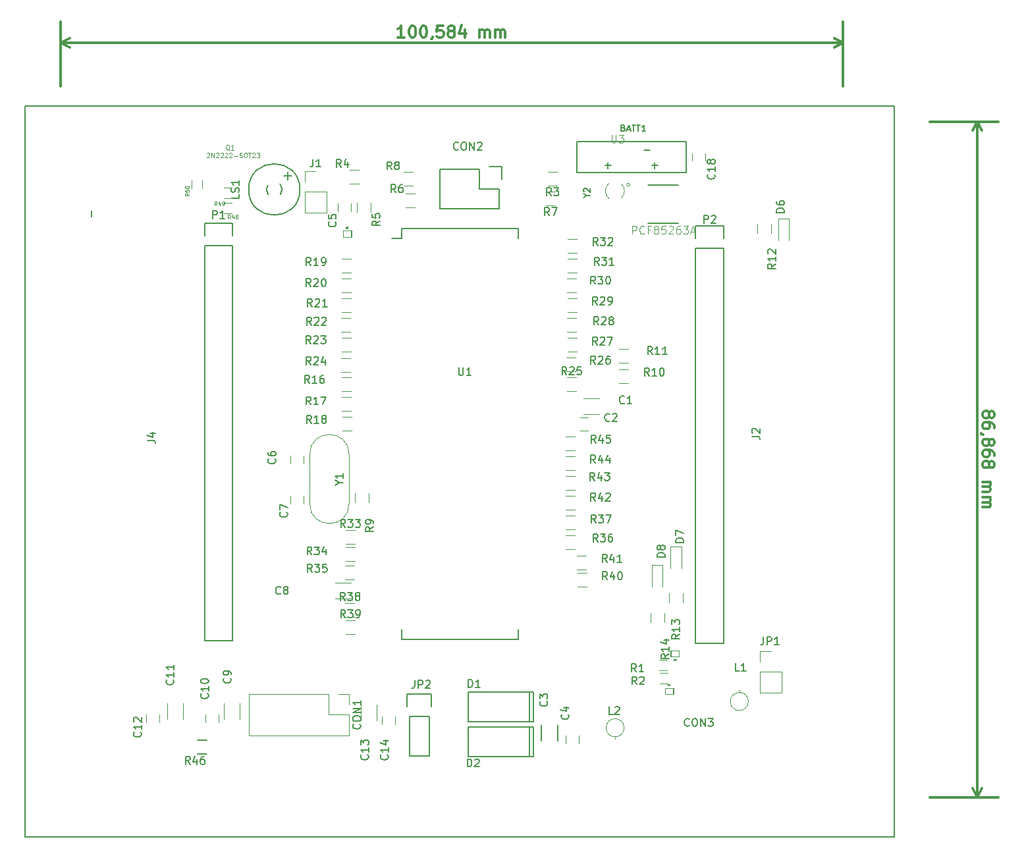
<source format=gbr>
G04 #@! TF.FileFunction,Legend,Top*
%FSLAX46Y46*%
G04 Gerber Fmt 4.6, Leading zero omitted, Abs format (unit mm)*
G04 Created by KiCad (PCBNEW 4.0.6-e0-6349~53~ubuntu14.04.1) date Thu Nov 23 15:36:25 2017*
%MOMM*%
%LPD*%
G01*
G04 APERTURE LIST*
%ADD10C,0.100000*%
%ADD11C,0.300000*%
%ADD12C,0.200000*%
%ADD13C,0.120000*%
%ADD14C,0.150000*%
%ADD15C,0.050000*%
%ADD16C,0.127000*%
%ADD17C,0.125000*%
G04 APERTURE END LIST*
D10*
D11*
X183412573Y-42000572D02*
X182555430Y-42000572D01*
X182984002Y-42000572D02*
X182984002Y-40500572D01*
X182841145Y-40714858D01*
X182698287Y-40857715D01*
X182555430Y-40929144D01*
X184341144Y-40500572D02*
X184484001Y-40500572D01*
X184626858Y-40572001D01*
X184698287Y-40643430D01*
X184769716Y-40786287D01*
X184841144Y-41072001D01*
X184841144Y-41429144D01*
X184769716Y-41714858D01*
X184698287Y-41857715D01*
X184626858Y-41929144D01*
X184484001Y-42000572D01*
X184341144Y-42000572D01*
X184198287Y-41929144D01*
X184126858Y-41857715D01*
X184055430Y-41714858D01*
X183984001Y-41429144D01*
X183984001Y-41072001D01*
X184055430Y-40786287D01*
X184126858Y-40643430D01*
X184198287Y-40572001D01*
X184341144Y-40500572D01*
X185769715Y-40500572D02*
X185912572Y-40500572D01*
X186055429Y-40572001D01*
X186126858Y-40643430D01*
X186198287Y-40786287D01*
X186269715Y-41072001D01*
X186269715Y-41429144D01*
X186198287Y-41714858D01*
X186126858Y-41857715D01*
X186055429Y-41929144D01*
X185912572Y-42000572D01*
X185769715Y-42000572D01*
X185626858Y-41929144D01*
X185555429Y-41857715D01*
X185484001Y-41714858D01*
X185412572Y-41429144D01*
X185412572Y-41072001D01*
X185484001Y-40786287D01*
X185555429Y-40643430D01*
X185626858Y-40572001D01*
X185769715Y-40500572D01*
X186984000Y-41929144D02*
X186984000Y-42000572D01*
X186912572Y-42143430D01*
X186841143Y-42214858D01*
X188341144Y-40500572D02*
X187626858Y-40500572D01*
X187555429Y-41214858D01*
X187626858Y-41143430D01*
X187769715Y-41072001D01*
X188126858Y-41072001D01*
X188269715Y-41143430D01*
X188341144Y-41214858D01*
X188412572Y-41357715D01*
X188412572Y-41714858D01*
X188341144Y-41857715D01*
X188269715Y-41929144D01*
X188126858Y-42000572D01*
X187769715Y-42000572D01*
X187626858Y-41929144D01*
X187555429Y-41857715D01*
X189269715Y-41143430D02*
X189126857Y-41072001D01*
X189055429Y-41000572D01*
X188984000Y-40857715D01*
X188984000Y-40786287D01*
X189055429Y-40643430D01*
X189126857Y-40572001D01*
X189269715Y-40500572D01*
X189555429Y-40500572D01*
X189698286Y-40572001D01*
X189769715Y-40643430D01*
X189841143Y-40786287D01*
X189841143Y-40857715D01*
X189769715Y-41000572D01*
X189698286Y-41072001D01*
X189555429Y-41143430D01*
X189269715Y-41143430D01*
X189126857Y-41214858D01*
X189055429Y-41286287D01*
X188984000Y-41429144D01*
X188984000Y-41714858D01*
X189055429Y-41857715D01*
X189126857Y-41929144D01*
X189269715Y-42000572D01*
X189555429Y-42000572D01*
X189698286Y-41929144D01*
X189769715Y-41857715D01*
X189841143Y-41714858D01*
X189841143Y-41429144D01*
X189769715Y-41286287D01*
X189698286Y-41214858D01*
X189555429Y-41143430D01*
X191126857Y-41000572D02*
X191126857Y-42000572D01*
X190769714Y-40429144D02*
X190412571Y-41500572D01*
X191341143Y-41500572D01*
X193055428Y-42000572D02*
X193055428Y-41000572D01*
X193055428Y-41143430D02*
X193126856Y-41072001D01*
X193269714Y-41000572D01*
X193483999Y-41000572D01*
X193626856Y-41072001D01*
X193698285Y-41214858D01*
X193698285Y-42000572D01*
X193698285Y-41214858D02*
X193769714Y-41072001D01*
X193912571Y-41000572D01*
X194126856Y-41000572D01*
X194269714Y-41072001D01*
X194341142Y-41214858D01*
X194341142Y-42000572D01*
X195055428Y-42000572D02*
X195055428Y-41000572D01*
X195055428Y-41143430D02*
X195126856Y-41072001D01*
X195269714Y-41000572D01*
X195483999Y-41000572D01*
X195626856Y-41072001D01*
X195698285Y-41214858D01*
X195698285Y-42000572D01*
X195698285Y-41214858D02*
X195769714Y-41072001D01*
X195912571Y-41000572D01*
X196126856Y-41000572D01*
X196269714Y-41072001D01*
X196341142Y-41214858D01*
X196341142Y-42000572D01*
X139192000Y-42672001D02*
X239776000Y-42672001D01*
X139192000Y-48260000D02*
X139192000Y-39972001D01*
X239776000Y-48260000D02*
X239776000Y-39972001D01*
X239776000Y-42672001D02*
X238649496Y-43258422D01*
X239776000Y-42672001D02*
X238649496Y-42085580D01*
X139192000Y-42672001D02*
X140318504Y-43258422D01*
X139192000Y-42672001D02*
X140318504Y-42085580D01*
X258576571Y-90337430D02*
X258648000Y-90194572D01*
X258719429Y-90123144D01*
X258862286Y-90051715D01*
X258933714Y-90051715D01*
X259076571Y-90123144D01*
X259148000Y-90194572D01*
X259219429Y-90337430D01*
X259219429Y-90623144D01*
X259148000Y-90766001D01*
X259076571Y-90837430D01*
X258933714Y-90908858D01*
X258862286Y-90908858D01*
X258719429Y-90837430D01*
X258648000Y-90766001D01*
X258576571Y-90623144D01*
X258576571Y-90337430D01*
X258505143Y-90194572D01*
X258433714Y-90123144D01*
X258290857Y-90051715D01*
X258005143Y-90051715D01*
X257862286Y-90123144D01*
X257790857Y-90194572D01*
X257719429Y-90337430D01*
X257719429Y-90623144D01*
X257790857Y-90766001D01*
X257862286Y-90837430D01*
X258005143Y-90908858D01*
X258290857Y-90908858D01*
X258433714Y-90837430D01*
X258505143Y-90766001D01*
X258576571Y-90623144D01*
X259219429Y-92194572D02*
X259219429Y-91908858D01*
X259148000Y-91766001D01*
X259076571Y-91694572D01*
X258862286Y-91551715D01*
X258576571Y-91480286D01*
X258005143Y-91480286D01*
X257862286Y-91551715D01*
X257790857Y-91623143D01*
X257719429Y-91766001D01*
X257719429Y-92051715D01*
X257790857Y-92194572D01*
X257862286Y-92266001D01*
X258005143Y-92337429D01*
X258362286Y-92337429D01*
X258505143Y-92266001D01*
X258576571Y-92194572D01*
X258648000Y-92051715D01*
X258648000Y-91766001D01*
X258576571Y-91623143D01*
X258505143Y-91551715D01*
X258362286Y-91480286D01*
X257790857Y-93051714D02*
X257719429Y-93051714D01*
X257576571Y-92980286D01*
X257505143Y-92908857D01*
X258576571Y-93908858D02*
X258648000Y-93766000D01*
X258719429Y-93694572D01*
X258862286Y-93623143D01*
X258933714Y-93623143D01*
X259076571Y-93694572D01*
X259148000Y-93766000D01*
X259219429Y-93908858D01*
X259219429Y-94194572D01*
X259148000Y-94337429D01*
X259076571Y-94408858D01*
X258933714Y-94480286D01*
X258862286Y-94480286D01*
X258719429Y-94408858D01*
X258648000Y-94337429D01*
X258576571Y-94194572D01*
X258576571Y-93908858D01*
X258505143Y-93766000D01*
X258433714Y-93694572D01*
X258290857Y-93623143D01*
X258005143Y-93623143D01*
X257862286Y-93694572D01*
X257790857Y-93766000D01*
X257719429Y-93908858D01*
X257719429Y-94194572D01*
X257790857Y-94337429D01*
X257862286Y-94408858D01*
X258005143Y-94480286D01*
X258290857Y-94480286D01*
X258433714Y-94408858D01*
X258505143Y-94337429D01*
X258576571Y-94194572D01*
X259219429Y-95766000D02*
X259219429Y-95480286D01*
X259148000Y-95337429D01*
X259076571Y-95266000D01*
X258862286Y-95123143D01*
X258576571Y-95051714D01*
X258005143Y-95051714D01*
X257862286Y-95123143D01*
X257790857Y-95194571D01*
X257719429Y-95337429D01*
X257719429Y-95623143D01*
X257790857Y-95766000D01*
X257862286Y-95837429D01*
X258005143Y-95908857D01*
X258362286Y-95908857D01*
X258505143Y-95837429D01*
X258576571Y-95766000D01*
X258648000Y-95623143D01*
X258648000Y-95337429D01*
X258576571Y-95194571D01*
X258505143Y-95123143D01*
X258362286Y-95051714D01*
X258576571Y-96766000D02*
X258648000Y-96623142D01*
X258719429Y-96551714D01*
X258862286Y-96480285D01*
X258933714Y-96480285D01*
X259076571Y-96551714D01*
X259148000Y-96623142D01*
X259219429Y-96766000D01*
X259219429Y-97051714D01*
X259148000Y-97194571D01*
X259076571Y-97266000D01*
X258933714Y-97337428D01*
X258862286Y-97337428D01*
X258719429Y-97266000D01*
X258648000Y-97194571D01*
X258576571Y-97051714D01*
X258576571Y-96766000D01*
X258505143Y-96623142D01*
X258433714Y-96551714D01*
X258290857Y-96480285D01*
X258005143Y-96480285D01*
X257862286Y-96551714D01*
X257790857Y-96623142D01*
X257719429Y-96766000D01*
X257719429Y-97051714D01*
X257790857Y-97194571D01*
X257862286Y-97266000D01*
X258005143Y-97337428D01*
X258290857Y-97337428D01*
X258433714Y-97266000D01*
X258505143Y-97194571D01*
X258576571Y-97051714D01*
X257719429Y-99123142D02*
X258719429Y-99123142D01*
X258576571Y-99123142D02*
X258648000Y-99194570D01*
X258719429Y-99337428D01*
X258719429Y-99551713D01*
X258648000Y-99694570D01*
X258505143Y-99765999D01*
X257719429Y-99765999D01*
X258505143Y-99765999D02*
X258648000Y-99837428D01*
X258719429Y-99980285D01*
X258719429Y-100194570D01*
X258648000Y-100337428D01*
X258505143Y-100408856D01*
X257719429Y-100408856D01*
X257719429Y-101123142D02*
X258719429Y-101123142D01*
X258576571Y-101123142D02*
X258648000Y-101194570D01*
X258719429Y-101337428D01*
X258719429Y-101551713D01*
X258648000Y-101694570D01*
X258505143Y-101765999D01*
X257719429Y-101765999D01*
X258505143Y-101765999D02*
X258648000Y-101837428D01*
X258719429Y-101980285D01*
X258719429Y-102194570D01*
X258648000Y-102337428D01*
X258505143Y-102408856D01*
X257719429Y-102408856D01*
X257048000Y-52832000D02*
X257048000Y-139700000D01*
X250952000Y-52832000D02*
X259748000Y-52832000D01*
X250952000Y-139700000D02*
X259748000Y-139700000D01*
X257048000Y-139700000D02*
X256461579Y-138573496D01*
X257048000Y-139700000D02*
X257634421Y-138573496D01*
X257048000Y-52832000D02*
X256461579Y-53958504D01*
X257048000Y-52832000D02*
X257634421Y-53958504D01*
D12*
X134620000Y-144780000D02*
X134620000Y-50800000D01*
X246380000Y-144780000D02*
X134620000Y-144780000D01*
X246380000Y-50800000D02*
X246380000Y-144780000D01*
X134620000Y-50800000D02*
X246380000Y-50800000D01*
X143129000Y-65024000D02*
X143129000Y-64274700D01*
D13*
X219013000Y-107420000D02*
X217613000Y-107420000D01*
X217613000Y-107420000D02*
X217613000Y-110220000D01*
X219013000Y-107420000D02*
X219013000Y-110220000D01*
X211624400Y-130759200D02*
G75*
G03X211624400Y-130759200I-1160000J0D01*
G01*
X210464400Y-131919200D02*
X210464400Y-132199200D01*
X151853000Y-130040000D02*
X151853000Y-129040000D01*
X150153000Y-129040000D02*
X150153000Y-130040000D01*
D14*
X161286600Y-68745100D02*
X161286600Y-119545100D01*
X161286600Y-119545100D02*
X157686600Y-119545100D01*
X157686600Y-119545100D02*
X157686600Y-68745100D01*
X161286600Y-65925100D02*
X161286600Y-67475100D01*
X161286600Y-68745100D02*
X157686600Y-68745100D01*
X157686600Y-67475100D02*
X157686600Y-65925100D01*
X157686600Y-65925100D02*
X161286600Y-65925100D01*
D13*
X217162000Y-123412800D02*
X216162000Y-123412800D01*
X216162000Y-122052800D02*
X217162000Y-122052800D01*
X208391000Y-88388000D02*
X206391000Y-88388000D01*
X206391000Y-90428000D02*
X208391000Y-90428000D01*
X207002000Y-90844000D02*
X206002000Y-90844000D01*
X206002000Y-92544000D02*
X207002000Y-92544000D01*
X205777200Y-132783200D02*
X205777200Y-131783200D01*
X204077200Y-131783200D02*
X204077200Y-132783200D01*
X176491000Y-64381000D02*
X176491000Y-63381000D01*
X174791000Y-63381000D02*
X174791000Y-64381000D01*
X176514000Y-112111600D02*
X174514000Y-112111600D01*
X174514000Y-114151600D02*
X176514000Y-114151600D01*
X162183000Y-129651000D02*
X162183000Y-127651000D01*
X160143000Y-127651000D02*
X160143000Y-129651000D01*
X159473000Y-130040000D02*
X159473000Y-129040000D01*
X157773000Y-129040000D02*
X157773000Y-130040000D01*
X154944000Y-129651000D02*
X154944000Y-127651000D01*
X152904000Y-127651000D02*
X152904000Y-129651000D01*
X179836000Y-129778000D02*
X179836000Y-127778000D01*
X177796000Y-127778000D02*
X177796000Y-129778000D01*
X182206000Y-130294000D02*
X182206000Y-129294000D01*
X180506000Y-129294000D02*
X180506000Y-130294000D01*
X220384000Y-56878600D02*
X220384000Y-57878600D01*
X222084000Y-57878600D02*
X222084000Y-56878600D01*
X170568000Y-61849000D02*
X170568000Y-64509000D01*
X170568000Y-64509000D02*
X173348000Y-64509000D01*
X173348000Y-64509000D02*
X173348000Y-61849000D01*
X173348000Y-61849000D02*
X170568000Y-61849000D01*
X170568000Y-60579000D02*
X170568000Y-59189000D01*
X170568000Y-59189000D02*
X171958000Y-59189000D01*
X229115000Y-123571000D02*
X229115000Y-126231000D01*
X229115000Y-126231000D02*
X231895000Y-126231000D01*
X231895000Y-126231000D02*
X231895000Y-123571000D01*
X231895000Y-123571000D02*
X229115000Y-123571000D01*
X229115000Y-122301000D02*
X229115000Y-120911000D01*
X229115000Y-120911000D02*
X230505000Y-120911000D01*
X217212800Y-125038400D02*
X216212800Y-125038400D01*
X216212800Y-123678400D02*
X217212800Y-123678400D01*
X201838000Y-59318000D02*
X203038000Y-59318000D01*
X203038000Y-61078000D02*
X201838000Y-61078000D01*
X176311000Y-59064000D02*
X177511000Y-59064000D01*
X177511000Y-60824000D02*
X176311000Y-60824000D01*
X179061000Y-63281000D02*
X179061000Y-64481000D01*
X177301000Y-64481000D02*
X177301000Y-63281000D01*
X184750000Y-63872000D02*
X183550000Y-63872000D01*
X183550000Y-62112000D02*
X184750000Y-62112000D01*
X201584000Y-61858000D02*
X202784000Y-61858000D01*
X202784000Y-63618000D02*
X201584000Y-63618000D01*
X184496000Y-61078000D02*
X183296000Y-61078000D01*
X183296000Y-59318000D02*
X184496000Y-59318000D01*
X177047000Y-101819000D02*
X177047000Y-100619000D01*
X178807000Y-100619000D02*
X178807000Y-101819000D01*
X176261000Y-101979000D02*
G75*
G02X171211000Y-101979000I-2525000J0D01*
G01*
X176261000Y-95579000D02*
G75*
G03X171211000Y-95579000I-2525000J0D01*
G01*
X171211000Y-101979000D02*
X171211000Y-95579000D01*
X176261000Y-101979000D02*
X176261000Y-95579000D01*
X211220814Y-62681761D02*
G75*
G03X211220281Y-60782200I-781814J949561D01*
G01*
X209657186Y-62681761D02*
G75*
G02X209657719Y-60782200I781814J949561D01*
G01*
X227601000Y-127381000D02*
G75*
G03X227601000Y-127381000I-1160000J0D01*
G01*
X226441000Y-126221000D02*
X226441000Y-125941000D01*
X170395000Y-96766000D02*
X170395000Y-95766000D01*
X168695000Y-95766000D02*
X168695000Y-96766000D01*
X168695000Y-100973000D02*
X168695000Y-101973000D01*
X170395000Y-101973000D02*
X170395000Y-100973000D01*
X232856000Y-65256000D02*
X231456000Y-65256000D01*
X231456000Y-65256000D02*
X231456000Y-68056000D01*
X232856000Y-65256000D02*
X232856000Y-68056000D01*
X228736000Y-67148000D02*
X228736000Y-65948000D01*
X230496000Y-65948000D02*
X230496000Y-67148000D01*
X219193000Y-113446000D02*
X219193000Y-114646000D01*
X217433000Y-114646000D02*
X217433000Y-113446000D01*
D14*
X168399460Y-60294520D02*
X168399460Y-59293760D01*
X167899080Y-59794140D02*
X168899840Y-59794140D01*
X167350440Y-60843160D02*
X167449500Y-60944760D01*
X167449500Y-60944760D02*
X167548560Y-61145420D01*
X167548560Y-61145420D02*
X167650160Y-61445140D01*
X167650160Y-61445140D02*
X167650160Y-61643260D01*
X167650160Y-61643260D02*
X167548560Y-61942980D01*
X167548560Y-61942980D02*
X167449500Y-62143640D01*
X165849300Y-60944760D02*
X165750240Y-61145420D01*
X165750240Y-61145420D02*
X165648640Y-61445140D01*
X165648640Y-61445140D02*
X165648640Y-61643260D01*
X165648640Y-61643260D02*
X165750240Y-61942980D01*
X165750240Y-61942980D02*
X165849300Y-62143640D01*
X169948860Y-61544200D02*
G75*
G03X169948860Y-61544200I-3299460J0D01*
G01*
X193040000Y-58928000D02*
X187960000Y-58928000D01*
X195860000Y-58648000D02*
X195860000Y-60198000D01*
X195580000Y-61468000D02*
X193040000Y-61468000D01*
X193040000Y-61468000D02*
X193040000Y-58928000D01*
X187960000Y-58928000D02*
X187960000Y-64008000D01*
X187960000Y-64008000D02*
X193040000Y-64008000D01*
X195860000Y-58648000D02*
X194310000Y-58648000D01*
X195580000Y-64008000D02*
X195580000Y-61468000D01*
X193040000Y-64008000D02*
X195580000Y-64008000D01*
X157953000Y-134098000D02*
X156753000Y-134098000D01*
X156753000Y-132348000D02*
X157953000Y-132348000D01*
X183015000Y-66539000D02*
X183015000Y-67809000D01*
X197985000Y-66539000D02*
X197985000Y-67809000D01*
X197985000Y-119389000D02*
X197985000Y-118119000D01*
X183015000Y-119389000D02*
X183015000Y-118119000D01*
X183015000Y-66539000D02*
X197985000Y-66539000D01*
X183015000Y-119389000D02*
X197985000Y-119389000D01*
X183015000Y-67809000D02*
X181730000Y-67809000D01*
D15*
X217873200Y-126434800D02*
X217973200Y-126434800D01*
X217973200Y-126434800D02*
X217973200Y-125634800D01*
X217973200Y-125634800D02*
X217873200Y-125634800D01*
X217873200Y-125634800D02*
X217873200Y-126434800D01*
X216873200Y-126434800D02*
X216873200Y-125634800D01*
X216873200Y-125634800D02*
X217873200Y-125634800D01*
X217873200Y-126434800D02*
X216873200Y-126434800D01*
X217635200Y-120808800D02*
X217535200Y-120808800D01*
X217535200Y-120808800D02*
X217535200Y-121608800D01*
X217535200Y-121608800D02*
X217635200Y-121608800D01*
X217635200Y-121608800D02*
X217635200Y-120808800D01*
X218635200Y-120808800D02*
X218635200Y-121608800D01*
X218635200Y-121608800D02*
X217635200Y-121608800D01*
X217635200Y-120808800D02*
X218635200Y-120808800D01*
X176471200Y-67659200D02*
X176571200Y-67659200D01*
X176571200Y-67659200D02*
X176571200Y-66859200D01*
X176571200Y-66859200D02*
X176471200Y-66859200D01*
X176471200Y-66859200D02*
X176471200Y-67659200D01*
X175471200Y-67659200D02*
X175471200Y-66859200D01*
X175471200Y-66859200D02*
X176471200Y-66859200D01*
X176471200Y-67659200D02*
X175471200Y-67659200D01*
D14*
X224431000Y-69088000D02*
X224431000Y-119888000D01*
X224431000Y-119888000D02*
X220831000Y-119888000D01*
X220831000Y-119888000D02*
X220831000Y-69088000D01*
X224431000Y-66268000D02*
X224431000Y-67818000D01*
X224431000Y-69088000D02*
X220831000Y-69088000D01*
X220831000Y-67818000D02*
X220831000Y-66268000D01*
X220831000Y-66268000D02*
X224431000Y-66268000D01*
D10*
X212366200Y-60944200D02*
G75*
G03X212366200Y-60944200I-200000J0D01*
G01*
D16*
X214661200Y-60999200D02*
X218561200Y-60999200D01*
X214661200Y-65899200D02*
X218561200Y-65899200D01*
D14*
X184023000Y-129286000D02*
X184023000Y-134366000D01*
X184023000Y-134366000D02*
X186563000Y-134366000D01*
X186563000Y-134366000D02*
X186563000Y-129286000D01*
X186843000Y-126466000D02*
X186843000Y-128016000D01*
X186563000Y-129286000D02*
X184023000Y-129286000D01*
X183743000Y-128016000D02*
X183743000Y-126466000D01*
X183743000Y-126466000D02*
X186843000Y-126466000D01*
X199453500Y-126174500D02*
X199453500Y-129984500D01*
X191579500Y-126174500D02*
X191579500Y-129984500D01*
X191579500Y-129984500D02*
X199961500Y-129984500D01*
X199961500Y-129984500D02*
X199961500Y-126174500D01*
X199961500Y-126174500D02*
X191579500Y-126174500D01*
X199453500Y-130683000D02*
X199453500Y-134493000D01*
X191579500Y-130683000D02*
X191579500Y-134493000D01*
X191579500Y-134493000D02*
X199961500Y-134493000D01*
X199961500Y-134493000D02*
X199961500Y-130683000D01*
X199961500Y-130683000D02*
X191579500Y-130683000D01*
X203056600Y-132419600D02*
X203056600Y-130419600D01*
X201006600Y-130419600D02*
X201006600Y-132419600D01*
D13*
X173634400Y-126422800D02*
X163354400Y-126422800D01*
X163354400Y-126422800D02*
X163354400Y-131742800D01*
X163354400Y-131742800D02*
X176294400Y-131742800D01*
X176294400Y-131742800D02*
X176294400Y-129082800D01*
X176294400Y-129082800D02*
X173634400Y-129082800D01*
X173634400Y-129082800D02*
X173634400Y-126422800D01*
X174904400Y-126422800D02*
X176294400Y-126422800D01*
X176294400Y-126422800D02*
X176294400Y-127812800D01*
X160205800Y-63251800D02*
X161205800Y-63251800D01*
X161205800Y-64611800D02*
X160205800Y-64611800D01*
X160205800Y-61321400D02*
X161205800Y-61321400D01*
X161205800Y-62681400D02*
X160205800Y-62681400D01*
X157347200Y-60383800D02*
X157347200Y-61383800D01*
X155987200Y-61383800D02*
X155987200Y-60383800D01*
D14*
X205572600Y-55378600D02*
X205572600Y-59378600D01*
X205572600Y-59378600D02*
X219572600Y-59378600D01*
X219572600Y-59378600D02*
X219572600Y-55378600D01*
X219572600Y-55378600D02*
X205572600Y-55378600D01*
D13*
X176495000Y-87494000D02*
X175295000Y-87494000D01*
X175295000Y-85734000D02*
X176495000Y-85734000D01*
X176495000Y-90034000D02*
X175295000Y-90034000D01*
X175295000Y-88274000D02*
X176495000Y-88274000D01*
X176622000Y-92574000D02*
X175422000Y-92574000D01*
X175422000Y-90814000D02*
X176622000Y-90814000D01*
X175295000Y-70494000D02*
X176495000Y-70494000D01*
X176495000Y-72254000D02*
X175295000Y-72254000D01*
X175295000Y-73034000D02*
X176495000Y-73034000D01*
X176495000Y-74794000D02*
X175295000Y-74794000D01*
X175295000Y-75574000D02*
X176495000Y-75574000D01*
X176495000Y-77334000D02*
X175295000Y-77334000D01*
X175218800Y-78114000D02*
X176418800Y-78114000D01*
X176418800Y-79874000D02*
X175218800Y-79874000D01*
X175320400Y-80654000D02*
X176520400Y-80654000D01*
X176520400Y-82414000D02*
X175320400Y-82414000D01*
X175269600Y-83244800D02*
X176469600Y-83244800D01*
X176469600Y-85004800D02*
X175269600Y-85004800D01*
X205476400Y-87494000D02*
X204276400Y-87494000D01*
X204276400Y-85734000D02*
X205476400Y-85734000D01*
X205425600Y-84954000D02*
X204225600Y-84954000D01*
X204225600Y-83194000D02*
X205425600Y-83194000D01*
X205527200Y-82363200D02*
X204327200Y-82363200D01*
X204327200Y-80603200D02*
X205527200Y-80603200D01*
X205476400Y-79874000D02*
X204276400Y-79874000D01*
X204276400Y-78114000D02*
X205476400Y-78114000D01*
X205527200Y-77334000D02*
X204327200Y-77334000D01*
X204327200Y-75574000D02*
X205527200Y-75574000D01*
X205476400Y-74794000D02*
X204276400Y-74794000D01*
X204276400Y-73034000D02*
X205476400Y-73034000D01*
X205527200Y-72254000D02*
X204327200Y-72254000D01*
X204327200Y-70494000D02*
X205527200Y-70494000D01*
X205527200Y-69714000D02*
X204327200Y-69714000D01*
X204327200Y-67954000D02*
X205527200Y-67954000D01*
X177028400Y-107102800D02*
X175828400Y-107102800D01*
X175828400Y-105342800D02*
X177028400Y-105342800D01*
X177028400Y-109338000D02*
X175828400Y-109338000D01*
X175828400Y-107578000D02*
X177028400Y-107578000D01*
X176977600Y-111674800D02*
X175777600Y-111674800D01*
X175777600Y-109914800D02*
X176977600Y-109914800D01*
X204124000Y-106054000D02*
X205324000Y-106054000D01*
X205324000Y-107814000D02*
X204124000Y-107814000D01*
X204124000Y-103514000D02*
X205324000Y-103514000D01*
X205324000Y-105274000D02*
X204124000Y-105274000D01*
X176977600Y-116500800D02*
X175777600Y-116500800D01*
X175777600Y-114740800D02*
X176977600Y-114740800D01*
X177028400Y-118736000D02*
X175828400Y-118736000D01*
X175828400Y-116976000D02*
X177028400Y-116976000D01*
X205597200Y-110880000D02*
X206797200Y-110880000D01*
X206797200Y-112640000D02*
X205597200Y-112640000D01*
X205546400Y-108644800D02*
X206746400Y-108644800D01*
X206746400Y-110404800D02*
X205546400Y-110404800D01*
X204073200Y-100974000D02*
X205273200Y-100974000D01*
X205273200Y-102734000D02*
X204073200Y-102734000D01*
X204124000Y-98434000D02*
X205324000Y-98434000D01*
X205324000Y-100194000D02*
X204124000Y-100194000D01*
X204124000Y-95894000D02*
X205324000Y-95894000D01*
X205324000Y-97654000D02*
X204124000Y-97654000D01*
X204124000Y-93354000D02*
X205324000Y-93354000D01*
X205324000Y-95114000D02*
X204124000Y-95114000D01*
X210982000Y-84667200D02*
X212182000Y-84667200D01*
X212182000Y-86427200D02*
X210982000Y-86427200D01*
X210982000Y-82076400D02*
X212182000Y-82076400D01*
X212182000Y-83836400D02*
X210982000Y-83836400D01*
X216600000Y-109833000D02*
X215200000Y-109833000D01*
X215200000Y-109833000D02*
X215200000Y-112633000D01*
X216600000Y-109833000D02*
X216600000Y-112633000D01*
X216780000Y-115986000D02*
X216780000Y-117186000D01*
X215020000Y-117186000D02*
X215020000Y-115986000D01*
D14*
X219273381Y-106910095D02*
X218273381Y-106910095D01*
X218273381Y-106672000D01*
X218321000Y-106529142D01*
X218416238Y-106433904D01*
X218511476Y-106386285D01*
X218701952Y-106338666D01*
X218844810Y-106338666D01*
X219035286Y-106386285D01*
X219130524Y-106433904D01*
X219225762Y-106529142D01*
X219273381Y-106672000D01*
X219273381Y-106910095D01*
X218273381Y-106005333D02*
X218273381Y-105338666D01*
X219273381Y-105767238D01*
X210170734Y-129052581D02*
X209694543Y-129052581D01*
X209694543Y-128052581D01*
X210456448Y-128147819D02*
X210504067Y-128100200D01*
X210599305Y-128052581D01*
X210837401Y-128052581D01*
X210932639Y-128100200D01*
X210980258Y-128147819D01*
X211027877Y-128243057D01*
X211027877Y-128338295D01*
X210980258Y-128481152D01*
X210408829Y-129052581D01*
X211027877Y-129052581D01*
X149455143Y-131325857D02*
X149502762Y-131373476D01*
X149550381Y-131516333D01*
X149550381Y-131611571D01*
X149502762Y-131754429D01*
X149407524Y-131849667D01*
X149312286Y-131897286D01*
X149121810Y-131944905D01*
X148978952Y-131944905D01*
X148788476Y-131897286D01*
X148693238Y-131849667D01*
X148598000Y-131754429D01*
X148550381Y-131611571D01*
X148550381Y-131516333D01*
X148598000Y-131373476D01*
X148645619Y-131325857D01*
X149550381Y-130373476D02*
X149550381Y-130944905D01*
X149550381Y-130659191D02*
X148550381Y-130659191D01*
X148693238Y-130754429D01*
X148788476Y-130849667D01*
X148836095Y-130944905D01*
X148645619Y-129992524D02*
X148598000Y-129944905D01*
X148550381Y-129849667D01*
X148550381Y-129611571D01*
X148598000Y-129516333D01*
X148645619Y-129468714D01*
X148740857Y-129421095D01*
X148836095Y-129421095D01*
X148978952Y-129468714D01*
X149550381Y-130040143D01*
X149550381Y-129421095D01*
X158748505Y-65260481D02*
X158748505Y-64260481D01*
X159129458Y-64260481D01*
X159224696Y-64308100D01*
X159272315Y-64355719D01*
X159319934Y-64450957D01*
X159319934Y-64593814D01*
X159272315Y-64689052D01*
X159224696Y-64736671D01*
X159129458Y-64784290D01*
X158748505Y-64784290D01*
X160272315Y-65260481D02*
X159700886Y-65260481D01*
X159986600Y-65260481D02*
X159986600Y-64260481D01*
X159891362Y-64403338D01*
X159796124Y-64498576D01*
X159700886Y-64546195D01*
X213193334Y-123566181D02*
X212860000Y-123089990D01*
X212621905Y-123566181D02*
X212621905Y-122566181D01*
X213002858Y-122566181D01*
X213098096Y-122613800D01*
X213145715Y-122661419D01*
X213193334Y-122756657D01*
X213193334Y-122899514D01*
X213145715Y-122994752D01*
X213098096Y-123042371D01*
X213002858Y-123089990D01*
X212621905Y-123089990D01*
X214145715Y-123566181D02*
X213574286Y-123566181D01*
X213860000Y-123566181D02*
X213860000Y-122566181D01*
X213764762Y-122709038D01*
X213669524Y-122804276D01*
X213574286Y-122851895D01*
X211669334Y-89003143D02*
X211621715Y-89050762D01*
X211478858Y-89098381D01*
X211383620Y-89098381D01*
X211240762Y-89050762D01*
X211145524Y-88955524D01*
X211097905Y-88860286D01*
X211050286Y-88669810D01*
X211050286Y-88526952D01*
X211097905Y-88336476D01*
X211145524Y-88241238D01*
X211240762Y-88146000D01*
X211383620Y-88098381D01*
X211478858Y-88098381D01*
X211621715Y-88146000D01*
X211669334Y-88193619D01*
X212621715Y-89098381D02*
X212050286Y-89098381D01*
X212336000Y-89098381D02*
X212336000Y-88098381D01*
X212240762Y-88241238D01*
X212145524Y-88336476D01*
X212050286Y-88384095D01*
X209764334Y-91289143D02*
X209716715Y-91336762D01*
X209573858Y-91384381D01*
X209478620Y-91384381D01*
X209335762Y-91336762D01*
X209240524Y-91241524D01*
X209192905Y-91146286D01*
X209145286Y-90955810D01*
X209145286Y-90812952D01*
X209192905Y-90622476D01*
X209240524Y-90527238D01*
X209335762Y-90432000D01*
X209478620Y-90384381D01*
X209573858Y-90384381D01*
X209716715Y-90432000D01*
X209764334Y-90479619D01*
X210145286Y-90479619D02*
X210192905Y-90432000D01*
X210288143Y-90384381D01*
X210526239Y-90384381D01*
X210621477Y-90432000D01*
X210669096Y-90479619D01*
X210716715Y-90574857D01*
X210716715Y-90670095D01*
X210669096Y-90812952D01*
X210097667Y-91384381D01*
X210716715Y-91384381D01*
X204420743Y-129046266D02*
X204468362Y-129093885D01*
X204515981Y-129236742D01*
X204515981Y-129331980D01*
X204468362Y-129474838D01*
X204373124Y-129570076D01*
X204277886Y-129617695D01*
X204087410Y-129665314D01*
X203944552Y-129665314D01*
X203754076Y-129617695D01*
X203658838Y-129570076D01*
X203563600Y-129474838D01*
X203515981Y-129331980D01*
X203515981Y-129236742D01*
X203563600Y-129093885D01*
X203611219Y-129046266D01*
X203849314Y-128189123D02*
X204515981Y-128189123D01*
X203468362Y-128427219D02*
X204182648Y-128665314D01*
X204182648Y-128046266D01*
X174499543Y-65698666D02*
X174547162Y-65746285D01*
X174594781Y-65889142D01*
X174594781Y-65984380D01*
X174547162Y-66127238D01*
X174451924Y-66222476D01*
X174356686Y-66270095D01*
X174166210Y-66317714D01*
X174023352Y-66317714D01*
X173832876Y-66270095D01*
X173737638Y-66222476D01*
X173642400Y-66127238D01*
X173594781Y-65984380D01*
X173594781Y-65889142D01*
X173642400Y-65746285D01*
X173690019Y-65698666D01*
X173594781Y-64793904D02*
X173594781Y-65270095D01*
X174070971Y-65317714D01*
X174023352Y-65270095D01*
X173975733Y-65174857D01*
X173975733Y-64936761D01*
X174023352Y-64841523D01*
X174070971Y-64793904D01*
X174166210Y-64746285D01*
X174404305Y-64746285D01*
X174499543Y-64793904D01*
X174547162Y-64841523D01*
X174594781Y-64936761D01*
X174594781Y-65174857D01*
X174547162Y-65270095D01*
X174499543Y-65317714D01*
X167473334Y-113488743D02*
X167425715Y-113536362D01*
X167282858Y-113583981D01*
X167187620Y-113583981D01*
X167044762Y-113536362D01*
X166949524Y-113441124D01*
X166901905Y-113345886D01*
X166854286Y-113155410D01*
X166854286Y-113012552D01*
X166901905Y-112822076D01*
X166949524Y-112726838D01*
X167044762Y-112631600D01*
X167187620Y-112583981D01*
X167282858Y-112583981D01*
X167425715Y-112631600D01*
X167473334Y-112679219D01*
X168044762Y-113012552D02*
X167949524Y-112964933D01*
X167901905Y-112917314D01*
X167854286Y-112822076D01*
X167854286Y-112774457D01*
X167901905Y-112679219D01*
X167949524Y-112631600D01*
X168044762Y-112583981D01*
X168235239Y-112583981D01*
X168330477Y-112631600D01*
X168378096Y-112679219D01*
X168425715Y-112774457D01*
X168425715Y-112822076D01*
X168378096Y-112917314D01*
X168330477Y-112964933D01*
X168235239Y-113012552D01*
X168044762Y-113012552D01*
X167949524Y-113060171D01*
X167901905Y-113107790D01*
X167854286Y-113203029D01*
X167854286Y-113393505D01*
X167901905Y-113488743D01*
X167949524Y-113536362D01*
X168044762Y-113583981D01*
X168235239Y-113583981D01*
X168330477Y-113536362D01*
X168378096Y-113488743D01*
X168425715Y-113393505D01*
X168425715Y-113203029D01*
X168378096Y-113107790D01*
X168330477Y-113060171D01*
X168235239Y-113012552D01*
X161012143Y-124372666D02*
X161059762Y-124420285D01*
X161107381Y-124563142D01*
X161107381Y-124658380D01*
X161059762Y-124801238D01*
X160964524Y-124896476D01*
X160869286Y-124944095D01*
X160678810Y-124991714D01*
X160535952Y-124991714D01*
X160345476Y-124944095D01*
X160250238Y-124896476D01*
X160155000Y-124801238D01*
X160107381Y-124658380D01*
X160107381Y-124563142D01*
X160155000Y-124420285D01*
X160202619Y-124372666D01*
X161107381Y-123896476D02*
X161107381Y-123706000D01*
X161059762Y-123610761D01*
X161012143Y-123563142D01*
X160869286Y-123467904D01*
X160678810Y-123420285D01*
X160297857Y-123420285D01*
X160202619Y-123467904D01*
X160155000Y-123515523D01*
X160107381Y-123610761D01*
X160107381Y-123801238D01*
X160155000Y-123896476D01*
X160202619Y-123944095D01*
X160297857Y-123991714D01*
X160535952Y-123991714D01*
X160631190Y-123944095D01*
X160678810Y-123896476D01*
X160726429Y-123801238D01*
X160726429Y-123610761D01*
X160678810Y-123515523D01*
X160631190Y-123467904D01*
X160535952Y-123420285D01*
X158091143Y-126372857D02*
X158138762Y-126420476D01*
X158186381Y-126563333D01*
X158186381Y-126658571D01*
X158138762Y-126801429D01*
X158043524Y-126896667D01*
X157948286Y-126944286D01*
X157757810Y-126991905D01*
X157614952Y-126991905D01*
X157424476Y-126944286D01*
X157329238Y-126896667D01*
X157234000Y-126801429D01*
X157186381Y-126658571D01*
X157186381Y-126563333D01*
X157234000Y-126420476D01*
X157281619Y-126372857D01*
X158186381Y-125420476D02*
X158186381Y-125991905D01*
X158186381Y-125706191D02*
X157186381Y-125706191D01*
X157329238Y-125801429D01*
X157424476Y-125896667D01*
X157472095Y-125991905D01*
X157186381Y-124801429D02*
X157186381Y-124706190D01*
X157234000Y-124610952D01*
X157281619Y-124563333D01*
X157376857Y-124515714D01*
X157567333Y-124468095D01*
X157805429Y-124468095D01*
X157995905Y-124515714D01*
X158091143Y-124563333D01*
X158138762Y-124610952D01*
X158186381Y-124706190D01*
X158186381Y-124801429D01*
X158138762Y-124896667D01*
X158091143Y-124944286D01*
X157995905Y-124991905D01*
X157805429Y-125039524D01*
X157567333Y-125039524D01*
X157376857Y-124991905D01*
X157281619Y-124944286D01*
X157234000Y-124896667D01*
X157186381Y-124801429D01*
X153646143Y-124594857D02*
X153693762Y-124642476D01*
X153741381Y-124785333D01*
X153741381Y-124880571D01*
X153693762Y-125023429D01*
X153598524Y-125118667D01*
X153503286Y-125166286D01*
X153312810Y-125213905D01*
X153169952Y-125213905D01*
X152979476Y-125166286D01*
X152884238Y-125118667D01*
X152789000Y-125023429D01*
X152741381Y-124880571D01*
X152741381Y-124785333D01*
X152789000Y-124642476D01*
X152836619Y-124594857D01*
X153741381Y-123642476D02*
X153741381Y-124213905D01*
X153741381Y-123928191D02*
X152741381Y-123928191D01*
X152884238Y-124023429D01*
X152979476Y-124118667D01*
X153027095Y-124213905D01*
X153741381Y-122690095D02*
X153741381Y-123261524D01*
X153741381Y-122975810D02*
X152741381Y-122975810D01*
X152884238Y-123071048D01*
X152979476Y-123166286D01*
X153027095Y-123261524D01*
X178665143Y-134246857D02*
X178712762Y-134294476D01*
X178760381Y-134437333D01*
X178760381Y-134532571D01*
X178712762Y-134675429D01*
X178617524Y-134770667D01*
X178522286Y-134818286D01*
X178331810Y-134865905D01*
X178188952Y-134865905D01*
X177998476Y-134818286D01*
X177903238Y-134770667D01*
X177808000Y-134675429D01*
X177760381Y-134532571D01*
X177760381Y-134437333D01*
X177808000Y-134294476D01*
X177855619Y-134246857D01*
X178760381Y-133294476D02*
X178760381Y-133865905D01*
X178760381Y-133580191D02*
X177760381Y-133580191D01*
X177903238Y-133675429D01*
X177998476Y-133770667D01*
X178046095Y-133865905D01*
X177760381Y-132961143D02*
X177760381Y-132342095D01*
X178141333Y-132675429D01*
X178141333Y-132532571D01*
X178188952Y-132437333D01*
X178236571Y-132389714D01*
X178331810Y-132342095D01*
X178569905Y-132342095D01*
X178665143Y-132389714D01*
X178712762Y-132437333D01*
X178760381Y-132532571D01*
X178760381Y-132818286D01*
X178712762Y-132913524D01*
X178665143Y-132961143D01*
X181205143Y-134246857D02*
X181252762Y-134294476D01*
X181300381Y-134437333D01*
X181300381Y-134532571D01*
X181252762Y-134675429D01*
X181157524Y-134770667D01*
X181062286Y-134818286D01*
X180871810Y-134865905D01*
X180728952Y-134865905D01*
X180538476Y-134818286D01*
X180443238Y-134770667D01*
X180348000Y-134675429D01*
X180300381Y-134532571D01*
X180300381Y-134437333D01*
X180348000Y-134294476D01*
X180395619Y-134246857D01*
X181300381Y-133294476D02*
X181300381Y-133865905D01*
X181300381Y-133580191D02*
X180300381Y-133580191D01*
X180443238Y-133675429D01*
X180538476Y-133770667D01*
X180586095Y-133865905D01*
X180633714Y-132437333D02*
X181300381Y-132437333D01*
X180252762Y-132675429D02*
X180967048Y-132913524D01*
X180967048Y-132294476D01*
X223216743Y-59596257D02*
X223264362Y-59643876D01*
X223311981Y-59786733D01*
X223311981Y-59881971D01*
X223264362Y-60024829D01*
X223169124Y-60120067D01*
X223073886Y-60167686D01*
X222883410Y-60215305D01*
X222740552Y-60215305D01*
X222550076Y-60167686D01*
X222454838Y-60120067D01*
X222359600Y-60024829D01*
X222311981Y-59881971D01*
X222311981Y-59786733D01*
X222359600Y-59643876D01*
X222407219Y-59596257D01*
X223311981Y-58643876D02*
X223311981Y-59215305D01*
X223311981Y-58929591D02*
X222311981Y-58929591D01*
X222454838Y-59024829D01*
X222550076Y-59120067D01*
X222597695Y-59215305D01*
X222740552Y-58072448D02*
X222692933Y-58167686D01*
X222645314Y-58215305D01*
X222550076Y-58262924D01*
X222502457Y-58262924D01*
X222407219Y-58215305D01*
X222359600Y-58167686D01*
X222311981Y-58072448D01*
X222311981Y-57881971D01*
X222359600Y-57786733D01*
X222407219Y-57739114D01*
X222502457Y-57691495D01*
X222550076Y-57691495D01*
X222645314Y-57739114D01*
X222692933Y-57786733D01*
X222740552Y-57881971D01*
X222740552Y-58072448D01*
X222788171Y-58167686D01*
X222835790Y-58215305D01*
X222931029Y-58262924D01*
X223121505Y-58262924D01*
X223216743Y-58215305D01*
X223264362Y-58167686D01*
X223311981Y-58072448D01*
X223311981Y-57881971D01*
X223264362Y-57786733D01*
X223216743Y-57739114D01*
X223121505Y-57691495D01*
X222931029Y-57691495D01*
X222835790Y-57739114D01*
X222788171Y-57786733D01*
X222740552Y-57881971D01*
X171624667Y-57641381D02*
X171624667Y-58355667D01*
X171577047Y-58498524D01*
X171481809Y-58593762D01*
X171338952Y-58641381D01*
X171243714Y-58641381D01*
X172624667Y-58641381D02*
X172053238Y-58641381D01*
X172338952Y-58641381D02*
X172338952Y-57641381D01*
X172243714Y-57784238D01*
X172148476Y-57879476D01*
X172053238Y-57927095D01*
X229544667Y-119086381D02*
X229544667Y-119800667D01*
X229497047Y-119943524D01*
X229401809Y-120038762D01*
X229258952Y-120086381D01*
X229163714Y-120086381D01*
X230020857Y-120086381D02*
X230020857Y-119086381D01*
X230401810Y-119086381D01*
X230497048Y-119134000D01*
X230544667Y-119181619D01*
X230592286Y-119276857D01*
X230592286Y-119419714D01*
X230544667Y-119514952D01*
X230497048Y-119562571D01*
X230401810Y-119610190D01*
X230020857Y-119610190D01*
X231544667Y-120086381D02*
X230973238Y-120086381D01*
X231258952Y-120086381D02*
X231258952Y-119086381D01*
X231163714Y-119229238D01*
X231068476Y-119324476D01*
X230973238Y-119372095D01*
X213244134Y-125191781D02*
X212910800Y-124715590D01*
X212672705Y-125191781D02*
X212672705Y-124191781D01*
X213053658Y-124191781D01*
X213148896Y-124239400D01*
X213196515Y-124287019D01*
X213244134Y-124382257D01*
X213244134Y-124525114D01*
X213196515Y-124620352D01*
X213148896Y-124667971D01*
X213053658Y-124715590D01*
X212672705Y-124715590D01*
X213625086Y-124287019D02*
X213672705Y-124239400D01*
X213767943Y-124191781D01*
X214006039Y-124191781D01*
X214101277Y-124239400D01*
X214148896Y-124287019D01*
X214196515Y-124382257D01*
X214196515Y-124477495D01*
X214148896Y-124620352D01*
X213577467Y-125191781D01*
X214196515Y-125191781D01*
X202271334Y-62350381D02*
X201938000Y-61874190D01*
X201699905Y-62350381D02*
X201699905Y-61350381D01*
X202080858Y-61350381D01*
X202176096Y-61398000D01*
X202223715Y-61445619D01*
X202271334Y-61540857D01*
X202271334Y-61683714D01*
X202223715Y-61778952D01*
X202176096Y-61826571D01*
X202080858Y-61874190D01*
X201699905Y-61874190D01*
X202604667Y-61350381D02*
X203223715Y-61350381D01*
X202890381Y-61731333D01*
X203033239Y-61731333D01*
X203128477Y-61778952D01*
X203176096Y-61826571D01*
X203223715Y-61921810D01*
X203223715Y-62159905D01*
X203176096Y-62255143D01*
X203128477Y-62302762D01*
X203033239Y-62350381D01*
X202747524Y-62350381D01*
X202652286Y-62302762D01*
X202604667Y-62255143D01*
X175245734Y-58669181D02*
X174912400Y-58192990D01*
X174674305Y-58669181D02*
X174674305Y-57669181D01*
X175055258Y-57669181D01*
X175150496Y-57716800D01*
X175198115Y-57764419D01*
X175245734Y-57859657D01*
X175245734Y-58002514D01*
X175198115Y-58097752D01*
X175150496Y-58145371D01*
X175055258Y-58192990D01*
X174674305Y-58192990D01*
X176102877Y-58002514D02*
X176102877Y-58669181D01*
X175864781Y-57621562D02*
X175626686Y-58335848D01*
X176245734Y-58335848D01*
X180233581Y-65597066D02*
X179757390Y-65930400D01*
X180233581Y-66168495D02*
X179233581Y-66168495D01*
X179233581Y-65787542D01*
X179281200Y-65692304D01*
X179328819Y-65644685D01*
X179424057Y-65597066D01*
X179566914Y-65597066D01*
X179662152Y-65644685D01*
X179709771Y-65692304D01*
X179757390Y-65787542D01*
X179757390Y-66168495D01*
X179233581Y-64692304D02*
X179233581Y-65168495D01*
X179709771Y-65216114D01*
X179662152Y-65168495D01*
X179614533Y-65073257D01*
X179614533Y-64835161D01*
X179662152Y-64739923D01*
X179709771Y-64692304D01*
X179805010Y-64644685D01*
X180043105Y-64644685D01*
X180138343Y-64692304D01*
X180185962Y-64739923D01*
X180233581Y-64835161D01*
X180233581Y-65073257D01*
X180185962Y-65168495D01*
X180138343Y-65216114D01*
X182256134Y-61920381D02*
X181922800Y-61444190D01*
X181684705Y-61920381D02*
X181684705Y-60920381D01*
X182065658Y-60920381D01*
X182160896Y-60968000D01*
X182208515Y-61015619D01*
X182256134Y-61110857D01*
X182256134Y-61253714D01*
X182208515Y-61348952D01*
X182160896Y-61396571D01*
X182065658Y-61444190D01*
X181684705Y-61444190D01*
X183113277Y-60920381D02*
X182922800Y-60920381D01*
X182827562Y-60968000D01*
X182779943Y-61015619D01*
X182684705Y-61158476D01*
X182637086Y-61348952D01*
X182637086Y-61729905D01*
X182684705Y-61825143D01*
X182732324Y-61872762D01*
X182827562Y-61920381D01*
X183018039Y-61920381D01*
X183113277Y-61872762D01*
X183160896Y-61825143D01*
X183208515Y-61729905D01*
X183208515Y-61491810D01*
X183160896Y-61396571D01*
X183113277Y-61348952D01*
X183018039Y-61301333D01*
X182827562Y-61301333D01*
X182732324Y-61348952D01*
X182684705Y-61396571D01*
X182637086Y-61491810D01*
X202017334Y-64890381D02*
X201684000Y-64414190D01*
X201445905Y-64890381D02*
X201445905Y-63890381D01*
X201826858Y-63890381D01*
X201922096Y-63938000D01*
X201969715Y-63985619D01*
X202017334Y-64080857D01*
X202017334Y-64223714D01*
X201969715Y-64318952D01*
X201922096Y-64366571D01*
X201826858Y-64414190D01*
X201445905Y-64414190D01*
X202350667Y-63890381D02*
X203017334Y-63890381D01*
X202588762Y-64890381D01*
X181748134Y-58973981D02*
X181414800Y-58497790D01*
X181176705Y-58973981D02*
X181176705Y-57973981D01*
X181557658Y-57973981D01*
X181652896Y-58021600D01*
X181700515Y-58069219D01*
X181748134Y-58164457D01*
X181748134Y-58307314D01*
X181700515Y-58402552D01*
X181652896Y-58450171D01*
X181557658Y-58497790D01*
X181176705Y-58497790D01*
X182319562Y-58402552D02*
X182224324Y-58354933D01*
X182176705Y-58307314D01*
X182129086Y-58212076D01*
X182129086Y-58164457D01*
X182176705Y-58069219D01*
X182224324Y-58021600D01*
X182319562Y-57973981D01*
X182510039Y-57973981D01*
X182605277Y-58021600D01*
X182652896Y-58069219D01*
X182700515Y-58164457D01*
X182700515Y-58212076D01*
X182652896Y-58307314D01*
X182605277Y-58354933D01*
X182510039Y-58402552D01*
X182319562Y-58402552D01*
X182224324Y-58450171D01*
X182176705Y-58497790D01*
X182129086Y-58593029D01*
X182129086Y-58783505D01*
X182176705Y-58878743D01*
X182224324Y-58926362D01*
X182319562Y-58973981D01*
X182510039Y-58973981D01*
X182605277Y-58926362D01*
X182652896Y-58878743D01*
X182700515Y-58783505D01*
X182700515Y-58593029D01*
X182652896Y-58497790D01*
X182605277Y-58450171D01*
X182510039Y-58402552D01*
X179395381Y-104941666D02*
X178919190Y-105275000D01*
X179395381Y-105513095D02*
X178395381Y-105513095D01*
X178395381Y-105132142D01*
X178443000Y-105036904D01*
X178490619Y-104989285D01*
X178585857Y-104941666D01*
X178728714Y-104941666D01*
X178823952Y-104989285D01*
X178871571Y-105036904D01*
X178919190Y-105132142D01*
X178919190Y-105513095D01*
X179395381Y-104465476D02*
X179395381Y-104275000D01*
X179347762Y-104179761D01*
X179300143Y-104132142D01*
X179157286Y-104036904D01*
X178966810Y-103989285D01*
X178585857Y-103989285D01*
X178490619Y-104036904D01*
X178443000Y-104084523D01*
X178395381Y-104179761D01*
X178395381Y-104370238D01*
X178443000Y-104465476D01*
X178490619Y-104513095D01*
X178585857Y-104560714D01*
X178823952Y-104560714D01*
X178919190Y-104513095D01*
X178966810Y-104465476D01*
X179014429Y-104370238D01*
X179014429Y-104179761D01*
X178966810Y-104084523D01*
X178919190Y-104036904D01*
X178823952Y-103989285D01*
X174982190Y-99282191D02*
X175458381Y-99282191D01*
X174458381Y-99615524D02*
X174982190Y-99282191D01*
X174458381Y-98948857D01*
X175458381Y-98091714D02*
X175458381Y-98663143D01*
X175458381Y-98377429D02*
X174458381Y-98377429D01*
X174601238Y-98472667D01*
X174696476Y-98567905D01*
X174744095Y-98663143D01*
X206838552Y-62331552D02*
X207219505Y-62331552D01*
X206419505Y-62598219D02*
X206838552Y-62331552D01*
X206419505Y-62064885D01*
X206495695Y-61836314D02*
X206457600Y-61798219D01*
X206419505Y-61722028D01*
X206419505Y-61531552D01*
X206457600Y-61455362D01*
X206495695Y-61417266D01*
X206571886Y-61379171D01*
X206648076Y-61379171D01*
X206762362Y-61417266D01*
X207219505Y-61874409D01*
X207219505Y-61379171D01*
X226426734Y-123464581D02*
X225950543Y-123464581D01*
X225950543Y-122464581D01*
X227283877Y-123464581D02*
X226712448Y-123464581D01*
X226998162Y-123464581D02*
X226998162Y-122464581D01*
X226902924Y-122607438D01*
X226807686Y-122702676D01*
X226712448Y-122750295D01*
X166727143Y-96178666D02*
X166774762Y-96226285D01*
X166822381Y-96369142D01*
X166822381Y-96464380D01*
X166774762Y-96607238D01*
X166679524Y-96702476D01*
X166584286Y-96750095D01*
X166393810Y-96797714D01*
X166250952Y-96797714D01*
X166060476Y-96750095D01*
X165965238Y-96702476D01*
X165870000Y-96607238D01*
X165822381Y-96464380D01*
X165822381Y-96369142D01*
X165870000Y-96226285D01*
X165917619Y-96178666D01*
X165822381Y-95321523D02*
X165822381Y-95512000D01*
X165870000Y-95607238D01*
X165917619Y-95654857D01*
X166060476Y-95750095D01*
X166250952Y-95797714D01*
X166631905Y-95797714D01*
X166727143Y-95750095D01*
X166774762Y-95702476D01*
X166822381Y-95607238D01*
X166822381Y-95416761D01*
X166774762Y-95321523D01*
X166727143Y-95273904D01*
X166631905Y-95226285D01*
X166393810Y-95226285D01*
X166298571Y-95273904D01*
X166250952Y-95321523D01*
X166203333Y-95416761D01*
X166203333Y-95607238D01*
X166250952Y-95702476D01*
X166298571Y-95750095D01*
X166393810Y-95797714D01*
X168251143Y-103036666D02*
X168298762Y-103084285D01*
X168346381Y-103227142D01*
X168346381Y-103322380D01*
X168298762Y-103465238D01*
X168203524Y-103560476D01*
X168108286Y-103608095D01*
X167917810Y-103655714D01*
X167774952Y-103655714D01*
X167584476Y-103608095D01*
X167489238Y-103560476D01*
X167394000Y-103465238D01*
X167346381Y-103322380D01*
X167346381Y-103227142D01*
X167394000Y-103084285D01*
X167441619Y-103036666D01*
X167346381Y-102703333D02*
X167346381Y-102036666D01*
X168346381Y-102465238D01*
X232227381Y-64492095D02*
X231227381Y-64492095D01*
X231227381Y-64254000D01*
X231275000Y-64111142D01*
X231370238Y-64015904D01*
X231465476Y-63968285D01*
X231655952Y-63920666D01*
X231798810Y-63920666D01*
X231989286Y-63968285D01*
X232084524Y-64015904D01*
X232179762Y-64111142D01*
X232227381Y-64254000D01*
X232227381Y-64492095D01*
X231227381Y-63063523D02*
X231227381Y-63254000D01*
X231275000Y-63349238D01*
X231322619Y-63396857D01*
X231465476Y-63492095D01*
X231655952Y-63539714D01*
X232036905Y-63539714D01*
X232132143Y-63492095D01*
X232179762Y-63444476D01*
X232227381Y-63349238D01*
X232227381Y-63158761D01*
X232179762Y-63063523D01*
X232132143Y-63015904D01*
X232036905Y-62968285D01*
X231798810Y-62968285D01*
X231703571Y-63015904D01*
X231655952Y-63063523D01*
X231608333Y-63158761D01*
X231608333Y-63349238D01*
X231655952Y-63444476D01*
X231703571Y-63492095D01*
X231798810Y-63539714D01*
X231084381Y-71127857D02*
X230608190Y-71461191D01*
X231084381Y-71699286D02*
X230084381Y-71699286D01*
X230084381Y-71318333D01*
X230132000Y-71223095D01*
X230179619Y-71175476D01*
X230274857Y-71127857D01*
X230417714Y-71127857D01*
X230512952Y-71175476D01*
X230560571Y-71223095D01*
X230608190Y-71318333D01*
X230608190Y-71699286D01*
X231084381Y-70175476D02*
X231084381Y-70746905D01*
X231084381Y-70461191D02*
X230084381Y-70461191D01*
X230227238Y-70556429D01*
X230322476Y-70651667D01*
X230370095Y-70746905D01*
X230179619Y-69794524D02*
X230132000Y-69746905D01*
X230084381Y-69651667D01*
X230084381Y-69413571D01*
X230132000Y-69318333D01*
X230179619Y-69270714D01*
X230274857Y-69223095D01*
X230370095Y-69223095D01*
X230512952Y-69270714D01*
X231084381Y-69842143D01*
X231084381Y-69223095D01*
X218765381Y-118752857D02*
X218289190Y-119086191D01*
X218765381Y-119324286D02*
X217765381Y-119324286D01*
X217765381Y-118943333D01*
X217813000Y-118848095D01*
X217860619Y-118800476D01*
X217955857Y-118752857D01*
X218098714Y-118752857D01*
X218193952Y-118800476D01*
X218241571Y-118848095D01*
X218289190Y-118943333D01*
X218289190Y-119324286D01*
X218765381Y-117800476D02*
X218765381Y-118371905D01*
X218765381Y-118086191D02*
X217765381Y-118086191D01*
X217908238Y-118181429D01*
X218003476Y-118276667D01*
X218051095Y-118371905D01*
X217765381Y-117467143D02*
X217765381Y-116848095D01*
X218146333Y-117181429D01*
X218146333Y-117038571D01*
X218193952Y-116943333D01*
X218241571Y-116895714D01*
X218336810Y-116848095D01*
X218574905Y-116848095D01*
X218670143Y-116895714D01*
X218717762Y-116943333D01*
X218765381Y-117038571D01*
X218765381Y-117324286D01*
X218717762Y-117419524D01*
X218670143Y-117467143D01*
X162100521Y-62187057D02*
X162100521Y-62663248D01*
X161100521Y-62663248D01*
X162052902Y-61901343D02*
X162100521Y-61758486D01*
X162100521Y-61520390D01*
X162052902Y-61425152D01*
X162005283Y-61377533D01*
X161910045Y-61329914D01*
X161814807Y-61329914D01*
X161719569Y-61377533D01*
X161671950Y-61425152D01*
X161624330Y-61520390D01*
X161576711Y-61710867D01*
X161529092Y-61806105D01*
X161481473Y-61853724D01*
X161386235Y-61901343D01*
X161290997Y-61901343D01*
X161195759Y-61853724D01*
X161148140Y-61806105D01*
X161100521Y-61710867D01*
X161100521Y-61472771D01*
X161148140Y-61329914D01*
X162100521Y-60377533D02*
X162100521Y-60948962D01*
X162100521Y-60663248D02*
X161100521Y-60663248D01*
X161243378Y-60758486D01*
X161338616Y-60853724D01*
X161386235Y-60948962D01*
X190301715Y-56364143D02*
X190254096Y-56411762D01*
X190111239Y-56459381D01*
X190016001Y-56459381D01*
X189873143Y-56411762D01*
X189777905Y-56316524D01*
X189730286Y-56221286D01*
X189682667Y-56030810D01*
X189682667Y-55887952D01*
X189730286Y-55697476D01*
X189777905Y-55602238D01*
X189873143Y-55507000D01*
X190016001Y-55459381D01*
X190111239Y-55459381D01*
X190254096Y-55507000D01*
X190301715Y-55554619D01*
X190920762Y-55459381D02*
X191111239Y-55459381D01*
X191206477Y-55507000D01*
X191301715Y-55602238D01*
X191349334Y-55792714D01*
X191349334Y-56126048D01*
X191301715Y-56316524D01*
X191206477Y-56411762D01*
X191111239Y-56459381D01*
X190920762Y-56459381D01*
X190825524Y-56411762D01*
X190730286Y-56316524D01*
X190682667Y-56126048D01*
X190682667Y-55792714D01*
X190730286Y-55602238D01*
X190825524Y-55507000D01*
X190920762Y-55459381D01*
X191777905Y-56459381D02*
X191777905Y-55459381D01*
X192349334Y-56459381D01*
X192349334Y-55459381D01*
X192777905Y-55554619D02*
X192825524Y-55507000D01*
X192920762Y-55459381D01*
X193158858Y-55459381D01*
X193254096Y-55507000D01*
X193301715Y-55554619D01*
X193349334Y-55649857D01*
X193349334Y-55745095D01*
X193301715Y-55887952D01*
X192730286Y-56459381D01*
X193349334Y-56459381D01*
X155821143Y-135453381D02*
X155487809Y-134977190D01*
X155249714Y-135453381D02*
X155249714Y-134453381D01*
X155630667Y-134453381D01*
X155725905Y-134501000D01*
X155773524Y-134548619D01*
X155821143Y-134643857D01*
X155821143Y-134786714D01*
X155773524Y-134881952D01*
X155725905Y-134929571D01*
X155630667Y-134977190D01*
X155249714Y-134977190D01*
X156678286Y-134786714D02*
X156678286Y-135453381D01*
X156440190Y-134405762D02*
X156202095Y-135120048D01*
X156821143Y-135120048D01*
X157630667Y-134453381D02*
X157440190Y-134453381D01*
X157344952Y-134501000D01*
X157297333Y-134548619D01*
X157202095Y-134691476D01*
X157154476Y-134881952D01*
X157154476Y-135262905D01*
X157202095Y-135358143D01*
X157249714Y-135405762D01*
X157344952Y-135453381D01*
X157535429Y-135453381D01*
X157630667Y-135405762D01*
X157678286Y-135358143D01*
X157725905Y-135262905D01*
X157725905Y-135024810D01*
X157678286Y-134929571D01*
X157630667Y-134881952D01*
X157535429Y-134834333D01*
X157344952Y-134834333D01*
X157249714Y-134881952D01*
X157202095Y-134929571D01*
X157154476Y-135024810D01*
X190373095Y-84415381D02*
X190373095Y-85224905D01*
X190420714Y-85320143D01*
X190468333Y-85367762D01*
X190563571Y-85415381D01*
X190754048Y-85415381D01*
X190849286Y-85367762D01*
X190896905Y-85320143D01*
X190944524Y-85224905D01*
X190944524Y-84415381D01*
X191944524Y-85415381D02*
X191373095Y-85415381D01*
X191658809Y-85415381D02*
X191658809Y-84415381D01*
X191563571Y-84558238D01*
X191468333Y-84653476D01*
X191373095Y-84701095D01*
D15*
X217225581Y-125325276D02*
X217225581Y-125125276D01*
X217273200Y-125125276D01*
X217301772Y-125134800D01*
X217320819Y-125153848D01*
X217330343Y-125172895D01*
X217339867Y-125210990D01*
X217339867Y-125239562D01*
X217330343Y-125277657D01*
X217320819Y-125296705D01*
X217301772Y-125315752D01*
X217273200Y-125325276D01*
X217225581Y-125325276D01*
X217406533Y-125125276D02*
X217530343Y-125125276D01*
X217463676Y-125201467D01*
X217492248Y-125201467D01*
X217511295Y-125210990D01*
X217520819Y-125220514D01*
X217530343Y-125239562D01*
X217530343Y-125287181D01*
X217520819Y-125306229D01*
X217511295Y-125315752D01*
X217492248Y-125325276D01*
X217435105Y-125325276D01*
X217416057Y-125315752D01*
X217406533Y-125306229D01*
X217987581Y-122099276D02*
X217987581Y-121899276D01*
X218035200Y-121899276D01*
X218063772Y-121908800D01*
X218082819Y-121927848D01*
X218092343Y-121946895D01*
X218101867Y-121984990D01*
X218101867Y-122013562D01*
X218092343Y-122051657D01*
X218082819Y-122070705D01*
X218063772Y-122089752D01*
X218035200Y-122099276D01*
X217987581Y-122099276D01*
X218273295Y-121965943D02*
X218273295Y-122099276D01*
X218225676Y-121889752D02*
X218178057Y-122032610D01*
X218301867Y-122032610D01*
X175823581Y-66549676D02*
X175823581Y-66349676D01*
X175871200Y-66349676D01*
X175899772Y-66359200D01*
X175918819Y-66378248D01*
X175928343Y-66397295D01*
X175937867Y-66435390D01*
X175937867Y-66463962D01*
X175928343Y-66502057D01*
X175918819Y-66521105D01*
X175899772Y-66540152D01*
X175871200Y-66549676D01*
X175823581Y-66549676D01*
X176118819Y-66349676D02*
X176023581Y-66349676D01*
X176014057Y-66444914D01*
X176023581Y-66435390D01*
X176042629Y-66425867D01*
X176090248Y-66425867D01*
X176109295Y-66435390D01*
X176118819Y-66444914D01*
X176128343Y-66463962D01*
X176128343Y-66511581D01*
X176118819Y-66530629D01*
X176109295Y-66540152D01*
X176090248Y-66549676D01*
X176042629Y-66549676D01*
X176023581Y-66540152D01*
X176014057Y-66530629D01*
D14*
X228052381Y-93297333D02*
X228766667Y-93297333D01*
X228909524Y-93344953D01*
X229004762Y-93440191D01*
X229052381Y-93583048D01*
X229052381Y-93678286D01*
X228147619Y-92868762D02*
X228100000Y-92821143D01*
X228052381Y-92725905D01*
X228052381Y-92487809D01*
X228100000Y-92392571D01*
X228147619Y-92344952D01*
X228242857Y-92297333D01*
X228338095Y-92297333D01*
X228480952Y-92344952D01*
X229052381Y-92916381D01*
X229052381Y-92297333D01*
X150328381Y-93805333D02*
X151042667Y-93805333D01*
X151185524Y-93852953D01*
X151280762Y-93948191D01*
X151328381Y-94091048D01*
X151328381Y-94186286D01*
X150661714Y-92900571D02*
X151328381Y-92900571D01*
X150280762Y-93138667D02*
X150995048Y-93376762D01*
X150995048Y-92757714D01*
X221892905Y-65882781D02*
X221892905Y-64882781D01*
X222273858Y-64882781D01*
X222369096Y-64930400D01*
X222416715Y-64978019D01*
X222464334Y-65073257D01*
X222464334Y-65216114D01*
X222416715Y-65311352D01*
X222369096Y-65358971D01*
X222273858Y-65406590D01*
X221892905Y-65406590D01*
X222845286Y-64978019D02*
X222892905Y-64930400D01*
X222988143Y-64882781D01*
X223226239Y-64882781D01*
X223321477Y-64930400D01*
X223369096Y-64978019D01*
X223416715Y-65073257D01*
X223416715Y-65168495D01*
X223369096Y-65311352D01*
X222797667Y-65882781D01*
X223416715Y-65882781D01*
D15*
X210006137Y-54518749D02*
X210006137Y-55329503D01*
X210053829Y-55424886D01*
X210101520Y-55472577D01*
X210196903Y-55520269D01*
X210387669Y-55520269D01*
X210483051Y-55472577D01*
X210530743Y-55424886D01*
X210578434Y-55329503D01*
X210578434Y-54518749D01*
X210959965Y-54518749D02*
X211579954Y-54518749D01*
X211246114Y-54900280D01*
X211389188Y-54900280D01*
X211484571Y-54947971D01*
X211532262Y-54995663D01*
X211579954Y-55091046D01*
X211579954Y-55329503D01*
X211532262Y-55424886D01*
X211484571Y-55472577D01*
X211389188Y-55520269D01*
X211103040Y-55520269D01*
X211007657Y-55472577D01*
X210959965Y-55424886D01*
X212653840Y-67255304D02*
X212653840Y-66253264D01*
X213035569Y-66253264D01*
X213131002Y-66300980D01*
X213178718Y-66348696D01*
X213226434Y-66444129D01*
X213226434Y-66587277D01*
X213178718Y-66682710D01*
X213131002Y-66730426D01*
X213035569Y-66778142D01*
X212653840Y-66778142D01*
X214228474Y-67159871D02*
X214180758Y-67207588D01*
X214037609Y-67255304D01*
X213942177Y-67255304D01*
X213799029Y-67207588D01*
X213703596Y-67112155D01*
X213655880Y-67016723D01*
X213608164Y-66825858D01*
X213608164Y-66682710D01*
X213655880Y-66491845D01*
X213703596Y-66396412D01*
X213799029Y-66300980D01*
X213942177Y-66253264D01*
X214037609Y-66253264D01*
X214180758Y-66300980D01*
X214228474Y-66348696D01*
X214991933Y-66730426D02*
X214657920Y-66730426D01*
X214657920Y-67255304D02*
X214657920Y-66253264D01*
X215135082Y-66253264D01*
X215659960Y-66682710D02*
X215564527Y-66634993D01*
X215516811Y-66587277D01*
X215469095Y-66491845D01*
X215469095Y-66444129D01*
X215516811Y-66348696D01*
X215564527Y-66300980D01*
X215659960Y-66253264D01*
X215850824Y-66253264D01*
X215946257Y-66300980D01*
X215993973Y-66348696D01*
X216041689Y-66444129D01*
X216041689Y-66491845D01*
X215993973Y-66587277D01*
X215946257Y-66634993D01*
X215850824Y-66682710D01*
X215659960Y-66682710D01*
X215564527Y-66730426D01*
X215516811Y-66778142D01*
X215469095Y-66873574D01*
X215469095Y-67064439D01*
X215516811Y-67159871D01*
X215564527Y-67207588D01*
X215659960Y-67255304D01*
X215850824Y-67255304D01*
X215946257Y-67207588D01*
X215993973Y-67159871D01*
X216041689Y-67064439D01*
X216041689Y-66873574D01*
X215993973Y-66778142D01*
X215946257Y-66730426D01*
X215850824Y-66682710D01*
X216948297Y-66253264D02*
X216471135Y-66253264D01*
X216423419Y-66730426D01*
X216471135Y-66682710D01*
X216566567Y-66634993D01*
X216805148Y-66634993D01*
X216900581Y-66682710D01*
X216948297Y-66730426D01*
X216996013Y-66825858D01*
X216996013Y-67064439D01*
X216948297Y-67159871D01*
X216900581Y-67207588D01*
X216805148Y-67255304D01*
X216566567Y-67255304D01*
X216471135Y-67207588D01*
X216423419Y-67159871D01*
X217377743Y-66348696D02*
X217425459Y-66300980D01*
X217520891Y-66253264D01*
X217759472Y-66253264D01*
X217854905Y-66300980D01*
X217902621Y-66348696D01*
X217950337Y-66444129D01*
X217950337Y-66539561D01*
X217902621Y-66682710D01*
X217330027Y-67255304D01*
X217950337Y-67255304D01*
X218809229Y-66253264D02*
X218618364Y-66253264D01*
X218522932Y-66300980D01*
X218475215Y-66348696D01*
X218379783Y-66491845D01*
X218332067Y-66682710D01*
X218332067Y-67064439D01*
X218379783Y-67159871D01*
X218427499Y-67207588D01*
X218522932Y-67255304D01*
X218713796Y-67255304D01*
X218809229Y-67207588D01*
X218856945Y-67159871D01*
X218904661Y-67064439D01*
X218904661Y-66825858D01*
X218856945Y-66730426D01*
X218809229Y-66682710D01*
X218713796Y-66634993D01*
X218522932Y-66634993D01*
X218427499Y-66682710D01*
X218379783Y-66730426D01*
X218332067Y-66825858D01*
X219238675Y-66253264D02*
X219858985Y-66253264D01*
X219524972Y-66634993D01*
X219668120Y-66634993D01*
X219763553Y-66682710D01*
X219811269Y-66730426D01*
X219858985Y-66825858D01*
X219858985Y-67064439D01*
X219811269Y-67159871D01*
X219763553Y-67207588D01*
X219668120Y-67255304D01*
X219381823Y-67255304D01*
X219286391Y-67207588D01*
X219238675Y-67159871D01*
X220240715Y-66969007D02*
X220717877Y-66969007D01*
X220145282Y-67255304D02*
X220479296Y-66253264D01*
X220813309Y-67255304D01*
D14*
X184713667Y-124674381D02*
X184713667Y-125388667D01*
X184666047Y-125531524D01*
X184570809Y-125626762D01*
X184427952Y-125674381D01*
X184332714Y-125674381D01*
X185189857Y-125674381D02*
X185189857Y-124674381D01*
X185570810Y-124674381D01*
X185666048Y-124722000D01*
X185713667Y-124769619D01*
X185761286Y-124864857D01*
X185761286Y-125007714D01*
X185713667Y-125102952D01*
X185666048Y-125150571D01*
X185570810Y-125198190D01*
X185189857Y-125198190D01*
X186142238Y-124769619D02*
X186189857Y-124722000D01*
X186285095Y-124674381D01*
X186523191Y-124674381D01*
X186618429Y-124722000D01*
X186666048Y-124769619D01*
X186713667Y-124864857D01*
X186713667Y-124960095D01*
X186666048Y-125102952D01*
X186094619Y-125674381D01*
X186713667Y-125674381D01*
X219994315Y-130481343D02*
X219946696Y-130528962D01*
X219803839Y-130576581D01*
X219708601Y-130576581D01*
X219565743Y-130528962D01*
X219470505Y-130433724D01*
X219422886Y-130338486D01*
X219375267Y-130148010D01*
X219375267Y-130005152D01*
X219422886Y-129814676D01*
X219470505Y-129719438D01*
X219565743Y-129624200D01*
X219708601Y-129576581D01*
X219803839Y-129576581D01*
X219946696Y-129624200D01*
X219994315Y-129671819D01*
X220613362Y-129576581D02*
X220803839Y-129576581D01*
X220899077Y-129624200D01*
X220994315Y-129719438D01*
X221041934Y-129909914D01*
X221041934Y-130243248D01*
X220994315Y-130433724D01*
X220899077Y-130528962D01*
X220803839Y-130576581D01*
X220613362Y-130576581D01*
X220518124Y-130528962D01*
X220422886Y-130433724D01*
X220375267Y-130243248D01*
X220375267Y-129909914D01*
X220422886Y-129719438D01*
X220518124Y-129624200D01*
X220613362Y-129576581D01*
X221470505Y-130576581D02*
X221470505Y-129576581D01*
X222041934Y-130576581D01*
X222041934Y-129576581D01*
X222422886Y-129576581D02*
X223041934Y-129576581D01*
X222708600Y-129957533D01*
X222851458Y-129957533D01*
X222946696Y-130005152D01*
X222994315Y-130052771D01*
X223041934Y-130148010D01*
X223041934Y-130386105D01*
X222994315Y-130481343D01*
X222946696Y-130528962D01*
X222851458Y-130576581D01*
X222565743Y-130576581D01*
X222470505Y-130528962D01*
X222422886Y-130481343D01*
X191603405Y-125547381D02*
X191603405Y-124547381D01*
X191841500Y-124547381D01*
X191984358Y-124595000D01*
X192079596Y-124690238D01*
X192127215Y-124785476D01*
X192174834Y-124975952D01*
X192174834Y-125118810D01*
X192127215Y-125309286D01*
X192079596Y-125404524D01*
X191984358Y-125499762D01*
X191841500Y-125547381D01*
X191603405Y-125547381D01*
X193127215Y-125547381D02*
X192555786Y-125547381D01*
X192841500Y-125547381D02*
X192841500Y-124547381D01*
X192746262Y-124690238D01*
X192651024Y-124785476D01*
X192555786Y-124833095D01*
X191476405Y-135770881D02*
X191476405Y-134770881D01*
X191714500Y-134770881D01*
X191857358Y-134818500D01*
X191952596Y-134913738D01*
X192000215Y-135008976D01*
X192047834Y-135199452D01*
X192047834Y-135342310D01*
X192000215Y-135532786D01*
X191952596Y-135628024D01*
X191857358Y-135723262D01*
X191714500Y-135770881D01*
X191476405Y-135770881D01*
X192428786Y-134866119D02*
X192476405Y-134818500D01*
X192571643Y-134770881D01*
X192809739Y-134770881D01*
X192904977Y-134818500D01*
X192952596Y-134866119D01*
X193000215Y-134961357D01*
X193000215Y-135056595D01*
X192952596Y-135199452D01*
X192381167Y-135770881D01*
X193000215Y-135770881D01*
X201677543Y-127369866D02*
X201725162Y-127417485D01*
X201772781Y-127560342D01*
X201772781Y-127655580D01*
X201725162Y-127798438D01*
X201629924Y-127893676D01*
X201534686Y-127941295D01*
X201344210Y-127988914D01*
X201201352Y-127988914D01*
X201010876Y-127941295D01*
X200915638Y-127893676D01*
X200820400Y-127798438D01*
X200772781Y-127655580D01*
X200772781Y-127560342D01*
X200820400Y-127417485D01*
X200868019Y-127369866D01*
X200772781Y-127036533D02*
X200772781Y-126417485D01*
X201153733Y-126750819D01*
X201153733Y-126607961D01*
X201201352Y-126512723D01*
X201248971Y-126465104D01*
X201344210Y-126417485D01*
X201582305Y-126417485D01*
X201677543Y-126465104D01*
X201725162Y-126512723D01*
X201772781Y-126607961D01*
X201772781Y-126893676D01*
X201725162Y-126988914D01*
X201677543Y-127036533D01*
D15*
X160898707Y-56510685D02*
X160837614Y-56480138D01*
X160776521Y-56419045D01*
X160684881Y-56327405D01*
X160623788Y-56296859D01*
X160562695Y-56296859D01*
X160593242Y-56449591D02*
X160532149Y-56419045D01*
X160471056Y-56357952D01*
X160440509Y-56235766D01*
X160440509Y-56021940D01*
X160471056Y-55899754D01*
X160532149Y-55838661D01*
X160593242Y-55808114D01*
X160715428Y-55808114D01*
X160776521Y-55838661D01*
X160837614Y-55899754D01*
X160868160Y-56021940D01*
X160868160Y-56235766D01*
X160837614Y-56357952D01*
X160776521Y-56419045D01*
X160715428Y-56449591D01*
X160593242Y-56449591D01*
X161479091Y-56449591D02*
X161112533Y-56449591D01*
X161295812Y-56449591D02*
X161295812Y-55808114D01*
X161234719Y-55899754D01*
X161173626Y-55960847D01*
X161112533Y-55991394D01*
X157966199Y-56903971D02*
X157994770Y-56875400D01*
X158051913Y-56846829D01*
X158194770Y-56846829D01*
X158251913Y-56875400D01*
X158280484Y-56903971D01*
X158309056Y-56961114D01*
X158309056Y-57018257D01*
X158280484Y-57103971D01*
X157937627Y-57446829D01*
X158309056Y-57446829D01*
X158566199Y-57446829D02*
X158566199Y-56846829D01*
X158909056Y-57446829D01*
X158909056Y-56846829D01*
X159166199Y-56903971D02*
X159194770Y-56875400D01*
X159251913Y-56846829D01*
X159394770Y-56846829D01*
X159451913Y-56875400D01*
X159480484Y-56903971D01*
X159509056Y-56961114D01*
X159509056Y-57018257D01*
X159480484Y-57103971D01*
X159137627Y-57446829D01*
X159509056Y-57446829D01*
X159737628Y-56903971D02*
X159766199Y-56875400D01*
X159823342Y-56846829D01*
X159966199Y-56846829D01*
X160023342Y-56875400D01*
X160051913Y-56903971D01*
X160080485Y-56961114D01*
X160080485Y-57018257D01*
X160051913Y-57103971D01*
X159709056Y-57446829D01*
X160080485Y-57446829D01*
X160309057Y-56903971D02*
X160337628Y-56875400D01*
X160394771Y-56846829D01*
X160537628Y-56846829D01*
X160594771Y-56875400D01*
X160623342Y-56903971D01*
X160651914Y-56961114D01*
X160651914Y-57018257D01*
X160623342Y-57103971D01*
X160280485Y-57446829D01*
X160651914Y-57446829D01*
X160880486Y-56903971D02*
X160909057Y-56875400D01*
X160966200Y-56846829D01*
X161109057Y-56846829D01*
X161166200Y-56875400D01*
X161194771Y-56903971D01*
X161223343Y-56961114D01*
X161223343Y-57018257D01*
X161194771Y-57103971D01*
X160851914Y-57446829D01*
X161223343Y-57446829D01*
X161480486Y-57218257D02*
X161937629Y-57218257D01*
X162194772Y-57418257D02*
X162280486Y-57446829D01*
X162423343Y-57446829D01*
X162480486Y-57418257D01*
X162509057Y-57389686D01*
X162537629Y-57332543D01*
X162537629Y-57275400D01*
X162509057Y-57218257D01*
X162480486Y-57189686D01*
X162423343Y-57161114D01*
X162309057Y-57132543D01*
X162251915Y-57103971D01*
X162223343Y-57075400D01*
X162194772Y-57018257D01*
X162194772Y-56961114D01*
X162223343Y-56903971D01*
X162251915Y-56875400D01*
X162309057Y-56846829D01*
X162451915Y-56846829D01*
X162537629Y-56875400D01*
X162909058Y-56846829D02*
X163023344Y-56846829D01*
X163080486Y-56875400D01*
X163137629Y-56932543D01*
X163166201Y-57046829D01*
X163166201Y-57246829D01*
X163137629Y-57361114D01*
X163080486Y-57418257D01*
X163023344Y-57446829D01*
X162909058Y-57446829D01*
X162851915Y-57418257D01*
X162794772Y-57361114D01*
X162766201Y-57246829D01*
X162766201Y-57046829D01*
X162794772Y-56932543D01*
X162851915Y-56875400D01*
X162909058Y-56846829D01*
X163337629Y-56846829D02*
X163680486Y-56846829D01*
X163509057Y-57446829D02*
X163509057Y-56846829D01*
X163851915Y-56903971D02*
X163880486Y-56875400D01*
X163937629Y-56846829D01*
X164080486Y-56846829D01*
X164137629Y-56875400D01*
X164166200Y-56903971D01*
X164194772Y-56961114D01*
X164194772Y-57018257D01*
X164166200Y-57103971D01*
X163823343Y-57446829D01*
X164194772Y-57446829D01*
X164394772Y-56846829D02*
X164766201Y-56846829D01*
X164566201Y-57075400D01*
X164651915Y-57075400D01*
X164709058Y-57103971D01*
X164737629Y-57132543D01*
X164766201Y-57189686D01*
X164766201Y-57332543D01*
X164737629Y-57389686D01*
X164709058Y-57418257D01*
X164651915Y-57446829D01*
X164480487Y-57446829D01*
X164423344Y-57418257D01*
X164394772Y-57389686D01*
D14*
X177651543Y-130297085D02*
X177699162Y-130344704D01*
X177746781Y-130487561D01*
X177746781Y-130582799D01*
X177699162Y-130725657D01*
X177603924Y-130820895D01*
X177508686Y-130868514D01*
X177318210Y-130916133D01*
X177175352Y-130916133D01*
X176984876Y-130868514D01*
X176889638Y-130820895D01*
X176794400Y-130725657D01*
X176746781Y-130582799D01*
X176746781Y-130487561D01*
X176794400Y-130344704D01*
X176842019Y-130297085D01*
X176746781Y-129678038D02*
X176746781Y-129487561D01*
X176794400Y-129392323D01*
X176889638Y-129297085D01*
X177080114Y-129249466D01*
X177413448Y-129249466D01*
X177603924Y-129297085D01*
X177699162Y-129392323D01*
X177746781Y-129487561D01*
X177746781Y-129678038D01*
X177699162Y-129773276D01*
X177603924Y-129868514D01*
X177413448Y-129916133D01*
X177080114Y-129916133D01*
X176889638Y-129868514D01*
X176794400Y-129773276D01*
X176746781Y-129678038D01*
X177746781Y-128820895D02*
X176746781Y-128820895D01*
X177746781Y-128249466D01*
X176746781Y-128249466D01*
X177746781Y-127249466D02*
X177746781Y-127820895D01*
X177746781Y-127535181D02*
X176746781Y-127535181D01*
X176889638Y-127630419D01*
X176984876Y-127725657D01*
X177032495Y-127820895D01*
D17*
X160993972Y-65326390D02*
X160827305Y-65088295D01*
X160708258Y-65326390D02*
X160708258Y-64826390D01*
X160898734Y-64826390D01*
X160946353Y-64850200D01*
X160970162Y-64874010D01*
X160993972Y-64921629D01*
X160993972Y-64993057D01*
X160970162Y-65040676D01*
X160946353Y-65064486D01*
X160898734Y-65088295D01*
X160708258Y-65088295D01*
X161422543Y-64993057D02*
X161422543Y-65326390D01*
X161303496Y-64802581D02*
X161184448Y-65159724D01*
X161493972Y-65159724D01*
X161755876Y-65040676D02*
X161708257Y-65016867D01*
X161684448Y-64993057D01*
X161660638Y-64945438D01*
X161660638Y-64921629D01*
X161684448Y-64874010D01*
X161708257Y-64850200D01*
X161755876Y-64826390D01*
X161851114Y-64826390D01*
X161898733Y-64850200D01*
X161922543Y-64874010D01*
X161946352Y-64921629D01*
X161946352Y-64945438D01*
X161922543Y-64993057D01*
X161898733Y-65016867D01*
X161851114Y-65040676D01*
X161755876Y-65040676D01*
X161708257Y-65064486D01*
X161684448Y-65088295D01*
X161660638Y-65135914D01*
X161660638Y-65231152D01*
X161684448Y-65278771D01*
X161708257Y-65302581D01*
X161755876Y-65326390D01*
X161851114Y-65326390D01*
X161898733Y-65302581D01*
X161922543Y-65278771D01*
X161946352Y-65231152D01*
X161946352Y-65135914D01*
X161922543Y-65088295D01*
X161898733Y-65064486D01*
X161851114Y-65040676D01*
X159266772Y-63599190D02*
X159100105Y-63361095D01*
X158981058Y-63599190D02*
X158981058Y-63099190D01*
X159171534Y-63099190D01*
X159219153Y-63123000D01*
X159242962Y-63146810D01*
X159266772Y-63194429D01*
X159266772Y-63265857D01*
X159242962Y-63313476D01*
X159219153Y-63337286D01*
X159171534Y-63361095D01*
X158981058Y-63361095D01*
X159695343Y-63265857D02*
X159695343Y-63599190D01*
X159576296Y-63075381D02*
X159457248Y-63432524D01*
X159766772Y-63432524D01*
X159981057Y-63599190D02*
X160076295Y-63599190D01*
X160123914Y-63575381D01*
X160147724Y-63551571D01*
X160195343Y-63480143D01*
X160219152Y-63384905D01*
X160219152Y-63194429D01*
X160195343Y-63146810D01*
X160171533Y-63123000D01*
X160123914Y-63099190D01*
X160028676Y-63099190D01*
X159981057Y-63123000D01*
X159957248Y-63146810D01*
X159933438Y-63194429D01*
X159933438Y-63313476D01*
X159957248Y-63361095D01*
X159981057Y-63384905D01*
X160028676Y-63408714D01*
X160123914Y-63408714D01*
X160171533Y-63384905D01*
X160195343Y-63361095D01*
X160219152Y-63313476D01*
X155674190Y-62068828D02*
X155436095Y-62235495D01*
X155674190Y-62354542D02*
X155174190Y-62354542D01*
X155174190Y-62164066D01*
X155198000Y-62116447D01*
X155221810Y-62092638D01*
X155269429Y-62068828D01*
X155340857Y-62068828D01*
X155388476Y-62092638D01*
X155412286Y-62116447D01*
X155436095Y-62164066D01*
X155436095Y-62354542D01*
X155174190Y-61616447D02*
X155174190Y-61854542D01*
X155412286Y-61878352D01*
X155388476Y-61854542D01*
X155364667Y-61806923D01*
X155364667Y-61687876D01*
X155388476Y-61640257D01*
X155412286Y-61616447D01*
X155459905Y-61592638D01*
X155578952Y-61592638D01*
X155626571Y-61616447D01*
X155650381Y-61640257D01*
X155674190Y-61687876D01*
X155674190Y-61806923D01*
X155650381Y-61854542D01*
X155626571Y-61878352D01*
X155174190Y-61283114D02*
X155174190Y-61235495D01*
X155198000Y-61187876D01*
X155221810Y-61164067D01*
X155269429Y-61140257D01*
X155364667Y-61116448D01*
X155483714Y-61116448D01*
X155578952Y-61140257D01*
X155626571Y-61164067D01*
X155650381Y-61187876D01*
X155674190Y-61235495D01*
X155674190Y-61283114D01*
X155650381Y-61330733D01*
X155626571Y-61354543D01*
X155578952Y-61378352D01*
X155483714Y-61402162D01*
X155364667Y-61402162D01*
X155269429Y-61378352D01*
X155221810Y-61354543D01*
X155198000Y-61330733D01*
X155174190Y-61283114D01*
D14*
X211525010Y-53638457D02*
X211639296Y-53676552D01*
X211677391Y-53714648D01*
X211715486Y-53790838D01*
X211715486Y-53905124D01*
X211677391Y-53981314D01*
X211639296Y-54019410D01*
X211563105Y-54057505D01*
X211258343Y-54057505D01*
X211258343Y-53257505D01*
X211525010Y-53257505D01*
X211601200Y-53295600D01*
X211639296Y-53333695D01*
X211677391Y-53409886D01*
X211677391Y-53486076D01*
X211639296Y-53562267D01*
X211601200Y-53600362D01*
X211525010Y-53638457D01*
X211258343Y-53638457D01*
X212020248Y-53828933D02*
X212401200Y-53828933D01*
X211944057Y-54057505D02*
X212210724Y-53257505D01*
X212477391Y-54057505D01*
X212629771Y-53257505D02*
X213086914Y-53257505D01*
X212858343Y-54057505D02*
X212858343Y-53257505D01*
X213239295Y-53257505D02*
X213696438Y-53257505D01*
X213467867Y-54057505D02*
X213467867Y-53257505D01*
X214382153Y-54057505D02*
X213925010Y-54057505D01*
X214153581Y-54057505D02*
X214153581Y-53257505D01*
X214077391Y-53371790D01*
X214001200Y-53447981D01*
X213925010Y-53486076D01*
X215191648Y-58450029D02*
X215953553Y-58450029D01*
X215572601Y-58830981D02*
X215572601Y-58069076D01*
X209191648Y-58450029D02*
X209953553Y-58450029D01*
X209572601Y-58830981D02*
X209572601Y-58069076D01*
X214191648Y-56450029D02*
X214953553Y-56450029D01*
X171162743Y-86456781D02*
X170829409Y-85980590D01*
X170591314Y-86456781D02*
X170591314Y-85456781D01*
X170972267Y-85456781D01*
X171067505Y-85504400D01*
X171115124Y-85552019D01*
X171162743Y-85647257D01*
X171162743Y-85790114D01*
X171115124Y-85885352D01*
X171067505Y-85932971D01*
X170972267Y-85980590D01*
X170591314Y-85980590D01*
X172115124Y-86456781D02*
X171543695Y-86456781D01*
X171829409Y-86456781D02*
X171829409Y-85456781D01*
X171734171Y-85599638D01*
X171638933Y-85694876D01*
X171543695Y-85742495D01*
X172972267Y-85456781D02*
X172781790Y-85456781D01*
X172686552Y-85504400D01*
X172638933Y-85552019D01*
X172543695Y-85694876D01*
X172496076Y-85885352D01*
X172496076Y-86266305D01*
X172543695Y-86361543D01*
X172591314Y-86409162D01*
X172686552Y-86456781D01*
X172877029Y-86456781D01*
X172972267Y-86409162D01*
X173019886Y-86361543D01*
X173067505Y-86266305D01*
X173067505Y-86028210D01*
X173019886Y-85932971D01*
X172972267Y-85885352D01*
X172877029Y-85837733D01*
X172686552Y-85837733D01*
X172591314Y-85885352D01*
X172543695Y-85932971D01*
X172496076Y-86028210D01*
X171365943Y-89199981D02*
X171032609Y-88723790D01*
X170794514Y-89199981D02*
X170794514Y-88199981D01*
X171175467Y-88199981D01*
X171270705Y-88247600D01*
X171318324Y-88295219D01*
X171365943Y-88390457D01*
X171365943Y-88533314D01*
X171318324Y-88628552D01*
X171270705Y-88676171D01*
X171175467Y-88723790D01*
X170794514Y-88723790D01*
X172318324Y-89199981D02*
X171746895Y-89199981D01*
X172032609Y-89199981D02*
X172032609Y-88199981D01*
X171937371Y-88342838D01*
X171842133Y-88438076D01*
X171746895Y-88485695D01*
X172651657Y-88199981D02*
X173318324Y-88199981D01*
X172889752Y-89199981D01*
X171416743Y-91587581D02*
X171083409Y-91111390D01*
X170845314Y-91587581D02*
X170845314Y-90587581D01*
X171226267Y-90587581D01*
X171321505Y-90635200D01*
X171369124Y-90682819D01*
X171416743Y-90778057D01*
X171416743Y-90920914D01*
X171369124Y-91016152D01*
X171321505Y-91063771D01*
X171226267Y-91111390D01*
X170845314Y-91111390D01*
X172369124Y-91587581D02*
X171797695Y-91587581D01*
X172083409Y-91587581D02*
X172083409Y-90587581D01*
X171988171Y-90730438D01*
X171892933Y-90825676D01*
X171797695Y-90873295D01*
X172940552Y-91016152D02*
X172845314Y-90968533D01*
X172797695Y-90920914D01*
X172750076Y-90825676D01*
X172750076Y-90778057D01*
X172797695Y-90682819D01*
X172845314Y-90635200D01*
X172940552Y-90587581D01*
X173131029Y-90587581D01*
X173226267Y-90635200D01*
X173273886Y-90682819D01*
X173321505Y-90778057D01*
X173321505Y-90825676D01*
X173273886Y-90920914D01*
X173226267Y-90968533D01*
X173131029Y-91016152D01*
X172940552Y-91016152D01*
X172845314Y-91063771D01*
X172797695Y-91111390D01*
X172750076Y-91206629D01*
X172750076Y-91397105D01*
X172797695Y-91492343D01*
X172845314Y-91539962D01*
X172940552Y-91587581D01*
X173131029Y-91587581D01*
X173226267Y-91539962D01*
X173273886Y-91492343D01*
X173321505Y-91397105D01*
X173321505Y-91206629D01*
X173273886Y-91111390D01*
X173226267Y-91063771D01*
X173131029Y-91016152D01*
X171365943Y-71318381D02*
X171032609Y-70842190D01*
X170794514Y-71318381D02*
X170794514Y-70318381D01*
X171175467Y-70318381D01*
X171270705Y-70366000D01*
X171318324Y-70413619D01*
X171365943Y-70508857D01*
X171365943Y-70651714D01*
X171318324Y-70746952D01*
X171270705Y-70794571D01*
X171175467Y-70842190D01*
X170794514Y-70842190D01*
X172318324Y-71318381D02*
X171746895Y-71318381D01*
X172032609Y-71318381D02*
X172032609Y-70318381D01*
X171937371Y-70461238D01*
X171842133Y-70556476D01*
X171746895Y-70604095D01*
X172794514Y-71318381D02*
X172984990Y-71318381D01*
X173080229Y-71270762D01*
X173127848Y-71223143D01*
X173223086Y-71080286D01*
X173270705Y-70889810D01*
X173270705Y-70508857D01*
X173223086Y-70413619D01*
X173175467Y-70366000D01*
X173080229Y-70318381D01*
X172889752Y-70318381D01*
X172794514Y-70366000D01*
X172746895Y-70413619D01*
X172699276Y-70508857D01*
X172699276Y-70746952D01*
X172746895Y-70842190D01*
X172794514Y-70889810D01*
X172889752Y-70937429D01*
X173080229Y-70937429D01*
X173175467Y-70889810D01*
X173223086Y-70842190D01*
X173270705Y-70746952D01*
X171365943Y-74010781D02*
X171032609Y-73534590D01*
X170794514Y-74010781D02*
X170794514Y-73010781D01*
X171175467Y-73010781D01*
X171270705Y-73058400D01*
X171318324Y-73106019D01*
X171365943Y-73201257D01*
X171365943Y-73344114D01*
X171318324Y-73439352D01*
X171270705Y-73486971D01*
X171175467Y-73534590D01*
X170794514Y-73534590D01*
X171746895Y-73106019D02*
X171794514Y-73058400D01*
X171889752Y-73010781D01*
X172127848Y-73010781D01*
X172223086Y-73058400D01*
X172270705Y-73106019D01*
X172318324Y-73201257D01*
X172318324Y-73296495D01*
X172270705Y-73439352D01*
X171699276Y-74010781D01*
X172318324Y-74010781D01*
X172937371Y-73010781D02*
X173032610Y-73010781D01*
X173127848Y-73058400D01*
X173175467Y-73106019D01*
X173223086Y-73201257D01*
X173270705Y-73391733D01*
X173270705Y-73629829D01*
X173223086Y-73820305D01*
X173175467Y-73915543D01*
X173127848Y-73963162D01*
X173032610Y-74010781D01*
X172937371Y-74010781D01*
X172842133Y-73963162D01*
X172794514Y-73915543D01*
X172746895Y-73820305D01*
X172699276Y-73629829D01*
X172699276Y-73391733D01*
X172746895Y-73201257D01*
X172794514Y-73106019D01*
X172842133Y-73058400D01*
X172937371Y-73010781D01*
X171518343Y-76601581D02*
X171185009Y-76125390D01*
X170946914Y-76601581D02*
X170946914Y-75601581D01*
X171327867Y-75601581D01*
X171423105Y-75649200D01*
X171470724Y-75696819D01*
X171518343Y-75792057D01*
X171518343Y-75934914D01*
X171470724Y-76030152D01*
X171423105Y-76077771D01*
X171327867Y-76125390D01*
X170946914Y-76125390D01*
X171899295Y-75696819D02*
X171946914Y-75649200D01*
X172042152Y-75601581D01*
X172280248Y-75601581D01*
X172375486Y-75649200D01*
X172423105Y-75696819D01*
X172470724Y-75792057D01*
X172470724Y-75887295D01*
X172423105Y-76030152D01*
X171851676Y-76601581D01*
X172470724Y-76601581D01*
X173423105Y-76601581D02*
X172851676Y-76601581D01*
X173137390Y-76601581D02*
X173137390Y-75601581D01*
X173042152Y-75744438D01*
X172946914Y-75839676D01*
X172851676Y-75887295D01*
X171416743Y-78989181D02*
X171083409Y-78512990D01*
X170845314Y-78989181D02*
X170845314Y-77989181D01*
X171226267Y-77989181D01*
X171321505Y-78036800D01*
X171369124Y-78084419D01*
X171416743Y-78179657D01*
X171416743Y-78322514D01*
X171369124Y-78417752D01*
X171321505Y-78465371D01*
X171226267Y-78512990D01*
X170845314Y-78512990D01*
X171797695Y-78084419D02*
X171845314Y-78036800D01*
X171940552Y-77989181D01*
X172178648Y-77989181D01*
X172273886Y-78036800D01*
X172321505Y-78084419D01*
X172369124Y-78179657D01*
X172369124Y-78274895D01*
X172321505Y-78417752D01*
X171750076Y-78989181D01*
X172369124Y-78989181D01*
X172750076Y-78084419D02*
X172797695Y-78036800D01*
X172892933Y-77989181D01*
X173131029Y-77989181D01*
X173226267Y-78036800D01*
X173273886Y-78084419D01*
X173321505Y-78179657D01*
X173321505Y-78274895D01*
X173273886Y-78417752D01*
X172702457Y-78989181D01*
X173321505Y-78989181D01*
X171365943Y-81376781D02*
X171032609Y-80900590D01*
X170794514Y-81376781D02*
X170794514Y-80376781D01*
X171175467Y-80376781D01*
X171270705Y-80424400D01*
X171318324Y-80472019D01*
X171365943Y-80567257D01*
X171365943Y-80710114D01*
X171318324Y-80805352D01*
X171270705Y-80852971D01*
X171175467Y-80900590D01*
X170794514Y-80900590D01*
X171746895Y-80472019D02*
X171794514Y-80424400D01*
X171889752Y-80376781D01*
X172127848Y-80376781D01*
X172223086Y-80424400D01*
X172270705Y-80472019D01*
X172318324Y-80567257D01*
X172318324Y-80662495D01*
X172270705Y-80805352D01*
X171699276Y-81376781D01*
X172318324Y-81376781D01*
X172651657Y-80376781D02*
X173270705Y-80376781D01*
X172937371Y-80757733D01*
X173080229Y-80757733D01*
X173175467Y-80805352D01*
X173223086Y-80852971D01*
X173270705Y-80948210D01*
X173270705Y-81186305D01*
X173223086Y-81281543D01*
X173175467Y-81329162D01*
X173080229Y-81376781D01*
X172794514Y-81376781D01*
X172699276Y-81329162D01*
X172651657Y-81281543D01*
X171365943Y-84069181D02*
X171032609Y-83592990D01*
X170794514Y-84069181D02*
X170794514Y-83069181D01*
X171175467Y-83069181D01*
X171270705Y-83116800D01*
X171318324Y-83164419D01*
X171365943Y-83259657D01*
X171365943Y-83402514D01*
X171318324Y-83497752D01*
X171270705Y-83545371D01*
X171175467Y-83592990D01*
X170794514Y-83592990D01*
X171746895Y-83164419D02*
X171794514Y-83116800D01*
X171889752Y-83069181D01*
X172127848Y-83069181D01*
X172223086Y-83116800D01*
X172270705Y-83164419D01*
X172318324Y-83259657D01*
X172318324Y-83354895D01*
X172270705Y-83497752D01*
X171699276Y-84069181D01*
X172318324Y-84069181D01*
X173175467Y-83402514D02*
X173175467Y-84069181D01*
X172937371Y-83021562D02*
X172699276Y-83735848D01*
X173318324Y-83735848D01*
X204233543Y-85366381D02*
X203900209Y-84890190D01*
X203662114Y-85366381D02*
X203662114Y-84366381D01*
X204043067Y-84366381D01*
X204138305Y-84414000D01*
X204185924Y-84461619D01*
X204233543Y-84556857D01*
X204233543Y-84699714D01*
X204185924Y-84794952D01*
X204138305Y-84842571D01*
X204043067Y-84890190D01*
X203662114Y-84890190D01*
X204614495Y-84461619D02*
X204662114Y-84414000D01*
X204757352Y-84366381D01*
X204995448Y-84366381D01*
X205090686Y-84414000D01*
X205138305Y-84461619D01*
X205185924Y-84556857D01*
X205185924Y-84652095D01*
X205138305Y-84794952D01*
X204566876Y-85366381D01*
X205185924Y-85366381D01*
X206090686Y-84366381D02*
X205614495Y-84366381D01*
X205566876Y-84842571D01*
X205614495Y-84794952D01*
X205709733Y-84747333D01*
X205947829Y-84747333D01*
X206043067Y-84794952D01*
X206090686Y-84842571D01*
X206138305Y-84937810D01*
X206138305Y-85175905D01*
X206090686Y-85271143D01*
X206043067Y-85318762D01*
X205947829Y-85366381D01*
X205709733Y-85366381D01*
X205614495Y-85318762D01*
X205566876Y-85271143D01*
X207941943Y-83967581D02*
X207608609Y-83491390D01*
X207370514Y-83967581D02*
X207370514Y-82967581D01*
X207751467Y-82967581D01*
X207846705Y-83015200D01*
X207894324Y-83062819D01*
X207941943Y-83158057D01*
X207941943Y-83300914D01*
X207894324Y-83396152D01*
X207846705Y-83443771D01*
X207751467Y-83491390D01*
X207370514Y-83491390D01*
X208322895Y-83062819D02*
X208370514Y-83015200D01*
X208465752Y-82967581D01*
X208703848Y-82967581D01*
X208799086Y-83015200D01*
X208846705Y-83062819D01*
X208894324Y-83158057D01*
X208894324Y-83253295D01*
X208846705Y-83396152D01*
X208275276Y-83967581D01*
X208894324Y-83967581D01*
X209751467Y-82967581D02*
X209560990Y-82967581D01*
X209465752Y-83015200D01*
X209418133Y-83062819D01*
X209322895Y-83205676D01*
X209275276Y-83396152D01*
X209275276Y-83777105D01*
X209322895Y-83872343D01*
X209370514Y-83919962D01*
X209465752Y-83967581D01*
X209656229Y-83967581D01*
X209751467Y-83919962D01*
X209799086Y-83872343D01*
X209846705Y-83777105D01*
X209846705Y-83539010D01*
X209799086Y-83443771D01*
X209751467Y-83396152D01*
X209656229Y-83348533D01*
X209465752Y-83348533D01*
X209370514Y-83396152D01*
X209322895Y-83443771D01*
X209275276Y-83539010D01*
X208195943Y-81529181D02*
X207862609Y-81052990D01*
X207624514Y-81529181D02*
X207624514Y-80529181D01*
X208005467Y-80529181D01*
X208100705Y-80576800D01*
X208148324Y-80624419D01*
X208195943Y-80719657D01*
X208195943Y-80862514D01*
X208148324Y-80957752D01*
X208100705Y-81005371D01*
X208005467Y-81052990D01*
X207624514Y-81052990D01*
X208576895Y-80624419D02*
X208624514Y-80576800D01*
X208719752Y-80529181D01*
X208957848Y-80529181D01*
X209053086Y-80576800D01*
X209100705Y-80624419D01*
X209148324Y-80719657D01*
X209148324Y-80814895D01*
X209100705Y-80957752D01*
X208529276Y-81529181D01*
X209148324Y-81529181D01*
X209481657Y-80529181D02*
X210148324Y-80529181D01*
X209719752Y-81529181D01*
X208348343Y-78938381D02*
X208015009Y-78462190D01*
X207776914Y-78938381D02*
X207776914Y-77938381D01*
X208157867Y-77938381D01*
X208253105Y-77986000D01*
X208300724Y-78033619D01*
X208348343Y-78128857D01*
X208348343Y-78271714D01*
X208300724Y-78366952D01*
X208253105Y-78414571D01*
X208157867Y-78462190D01*
X207776914Y-78462190D01*
X208729295Y-78033619D02*
X208776914Y-77986000D01*
X208872152Y-77938381D01*
X209110248Y-77938381D01*
X209205486Y-77986000D01*
X209253105Y-78033619D01*
X209300724Y-78128857D01*
X209300724Y-78224095D01*
X209253105Y-78366952D01*
X208681676Y-78938381D01*
X209300724Y-78938381D01*
X209872152Y-78366952D02*
X209776914Y-78319333D01*
X209729295Y-78271714D01*
X209681676Y-78176476D01*
X209681676Y-78128857D01*
X209729295Y-78033619D01*
X209776914Y-77986000D01*
X209872152Y-77938381D01*
X210062629Y-77938381D01*
X210157867Y-77986000D01*
X210205486Y-78033619D01*
X210253105Y-78128857D01*
X210253105Y-78176476D01*
X210205486Y-78271714D01*
X210157867Y-78319333D01*
X210062629Y-78366952D01*
X209872152Y-78366952D01*
X209776914Y-78414571D01*
X209729295Y-78462190D01*
X209681676Y-78557429D01*
X209681676Y-78747905D01*
X209729295Y-78843143D01*
X209776914Y-78890762D01*
X209872152Y-78938381D01*
X210062629Y-78938381D01*
X210157867Y-78890762D01*
X210205486Y-78843143D01*
X210253105Y-78747905D01*
X210253105Y-78557429D01*
X210205486Y-78462190D01*
X210157867Y-78414571D01*
X210062629Y-78366952D01*
X208195943Y-76347581D02*
X207862609Y-75871390D01*
X207624514Y-76347581D02*
X207624514Y-75347581D01*
X208005467Y-75347581D01*
X208100705Y-75395200D01*
X208148324Y-75442819D01*
X208195943Y-75538057D01*
X208195943Y-75680914D01*
X208148324Y-75776152D01*
X208100705Y-75823771D01*
X208005467Y-75871390D01*
X207624514Y-75871390D01*
X208576895Y-75442819D02*
X208624514Y-75395200D01*
X208719752Y-75347581D01*
X208957848Y-75347581D01*
X209053086Y-75395200D01*
X209100705Y-75442819D01*
X209148324Y-75538057D01*
X209148324Y-75633295D01*
X209100705Y-75776152D01*
X208529276Y-76347581D01*
X209148324Y-76347581D01*
X209624514Y-76347581D02*
X209814990Y-76347581D01*
X209910229Y-76299962D01*
X209957848Y-76252343D01*
X210053086Y-76109486D01*
X210100705Y-75919010D01*
X210100705Y-75538057D01*
X210053086Y-75442819D01*
X210005467Y-75395200D01*
X209910229Y-75347581D01*
X209719752Y-75347581D01*
X209624514Y-75395200D01*
X209576895Y-75442819D01*
X209529276Y-75538057D01*
X209529276Y-75776152D01*
X209576895Y-75871390D01*
X209624514Y-75919010D01*
X209719752Y-75966629D01*
X209910229Y-75966629D01*
X210005467Y-75919010D01*
X210053086Y-75871390D01*
X210100705Y-75776152D01*
X207941943Y-73705981D02*
X207608609Y-73229790D01*
X207370514Y-73705981D02*
X207370514Y-72705981D01*
X207751467Y-72705981D01*
X207846705Y-72753600D01*
X207894324Y-72801219D01*
X207941943Y-72896457D01*
X207941943Y-73039314D01*
X207894324Y-73134552D01*
X207846705Y-73182171D01*
X207751467Y-73229790D01*
X207370514Y-73229790D01*
X208275276Y-72705981D02*
X208894324Y-72705981D01*
X208560990Y-73086933D01*
X208703848Y-73086933D01*
X208799086Y-73134552D01*
X208846705Y-73182171D01*
X208894324Y-73277410D01*
X208894324Y-73515505D01*
X208846705Y-73610743D01*
X208799086Y-73658362D01*
X208703848Y-73705981D01*
X208418133Y-73705981D01*
X208322895Y-73658362D01*
X208275276Y-73610743D01*
X209513371Y-72705981D02*
X209608610Y-72705981D01*
X209703848Y-72753600D01*
X209751467Y-72801219D01*
X209799086Y-72896457D01*
X209846705Y-73086933D01*
X209846705Y-73325029D01*
X209799086Y-73515505D01*
X209751467Y-73610743D01*
X209703848Y-73658362D01*
X209608610Y-73705981D01*
X209513371Y-73705981D01*
X209418133Y-73658362D01*
X209370514Y-73610743D01*
X209322895Y-73515505D01*
X209275276Y-73325029D01*
X209275276Y-73086933D01*
X209322895Y-72896457D01*
X209370514Y-72801219D01*
X209418133Y-72753600D01*
X209513371Y-72705981D01*
X208399143Y-71267581D02*
X208065809Y-70791390D01*
X207827714Y-71267581D02*
X207827714Y-70267581D01*
X208208667Y-70267581D01*
X208303905Y-70315200D01*
X208351524Y-70362819D01*
X208399143Y-70458057D01*
X208399143Y-70600914D01*
X208351524Y-70696152D01*
X208303905Y-70743771D01*
X208208667Y-70791390D01*
X207827714Y-70791390D01*
X208732476Y-70267581D02*
X209351524Y-70267581D01*
X209018190Y-70648533D01*
X209161048Y-70648533D01*
X209256286Y-70696152D01*
X209303905Y-70743771D01*
X209351524Y-70839010D01*
X209351524Y-71077105D01*
X209303905Y-71172343D01*
X209256286Y-71219962D01*
X209161048Y-71267581D01*
X208875333Y-71267581D01*
X208780095Y-71219962D01*
X208732476Y-71172343D01*
X210303905Y-71267581D02*
X209732476Y-71267581D01*
X210018190Y-71267581D02*
X210018190Y-70267581D01*
X209922952Y-70410438D01*
X209827714Y-70505676D01*
X209732476Y-70553295D01*
X208246743Y-68727581D02*
X207913409Y-68251390D01*
X207675314Y-68727581D02*
X207675314Y-67727581D01*
X208056267Y-67727581D01*
X208151505Y-67775200D01*
X208199124Y-67822819D01*
X208246743Y-67918057D01*
X208246743Y-68060914D01*
X208199124Y-68156152D01*
X208151505Y-68203771D01*
X208056267Y-68251390D01*
X207675314Y-68251390D01*
X208580076Y-67727581D02*
X209199124Y-67727581D01*
X208865790Y-68108533D01*
X209008648Y-68108533D01*
X209103886Y-68156152D01*
X209151505Y-68203771D01*
X209199124Y-68299010D01*
X209199124Y-68537105D01*
X209151505Y-68632343D01*
X209103886Y-68679962D01*
X209008648Y-68727581D01*
X208722933Y-68727581D01*
X208627695Y-68679962D01*
X208580076Y-68632343D01*
X209580076Y-67822819D02*
X209627695Y-67775200D01*
X209722933Y-67727581D01*
X209961029Y-67727581D01*
X210056267Y-67775200D01*
X210103886Y-67822819D01*
X210151505Y-67918057D01*
X210151505Y-68013295D01*
X210103886Y-68156152D01*
X209532457Y-68727581D01*
X210151505Y-68727581D01*
X175785543Y-104975181D02*
X175452209Y-104498990D01*
X175214114Y-104975181D02*
X175214114Y-103975181D01*
X175595067Y-103975181D01*
X175690305Y-104022800D01*
X175737924Y-104070419D01*
X175785543Y-104165657D01*
X175785543Y-104308514D01*
X175737924Y-104403752D01*
X175690305Y-104451371D01*
X175595067Y-104498990D01*
X175214114Y-104498990D01*
X176118876Y-103975181D02*
X176737924Y-103975181D01*
X176404590Y-104356133D01*
X176547448Y-104356133D01*
X176642686Y-104403752D01*
X176690305Y-104451371D01*
X176737924Y-104546610D01*
X176737924Y-104784705D01*
X176690305Y-104879943D01*
X176642686Y-104927562D01*
X176547448Y-104975181D01*
X176261733Y-104975181D01*
X176166495Y-104927562D01*
X176118876Y-104879943D01*
X177071257Y-103975181D02*
X177690305Y-103975181D01*
X177356971Y-104356133D01*
X177499829Y-104356133D01*
X177595067Y-104403752D01*
X177642686Y-104451371D01*
X177690305Y-104546610D01*
X177690305Y-104784705D01*
X177642686Y-104879943D01*
X177595067Y-104927562D01*
X177499829Y-104975181D01*
X177214114Y-104975181D01*
X177118876Y-104927562D01*
X177071257Y-104879943D01*
X171467543Y-108503981D02*
X171134209Y-108027790D01*
X170896114Y-108503981D02*
X170896114Y-107503981D01*
X171277067Y-107503981D01*
X171372305Y-107551600D01*
X171419924Y-107599219D01*
X171467543Y-107694457D01*
X171467543Y-107837314D01*
X171419924Y-107932552D01*
X171372305Y-107980171D01*
X171277067Y-108027790D01*
X170896114Y-108027790D01*
X171800876Y-107503981D02*
X172419924Y-107503981D01*
X172086590Y-107884933D01*
X172229448Y-107884933D01*
X172324686Y-107932552D01*
X172372305Y-107980171D01*
X172419924Y-108075410D01*
X172419924Y-108313505D01*
X172372305Y-108408743D01*
X172324686Y-108456362D01*
X172229448Y-108503981D01*
X171943733Y-108503981D01*
X171848495Y-108456362D01*
X171800876Y-108408743D01*
X173277067Y-107837314D02*
X173277067Y-108503981D01*
X173038971Y-107456362D02*
X172800876Y-108170648D01*
X173419924Y-108170648D01*
X171518343Y-110739181D02*
X171185009Y-110262990D01*
X170946914Y-110739181D02*
X170946914Y-109739181D01*
X171327867Y-109739181D01*
X171423105Y-109786800D01*
X171470724Y-109834419D01*
X171518343Y-109929657D01*
X171518343Y-110072514D01*
X171470724Y-110167752D01*
X171423105Y-110215371D01*
X171327867Y-110262990D01*
X170946914Y-110262990D01*
X171851676Y-109739181D02*
X172470724Y-109739181D01*
X172137390Y-110120133D01*
X172280248Y-110120133D01*
X172375486Y-110167752D01*
X172423105Y-110215371D01*
X172470724Y-110310610D01*
X172470724Y-110548705D01*
X172423105Y-110643943D01*
X172375486Y-110691562D01*
X172280248Y-110739181D01*
X171994533Y-110739181D01*
X171899295Y-110691562D01*
X171851676Y-110643943D01*
X173375486Y-109739181D02*
X172899295Y-109739181D01*
X172851676Y-110215371D01*
X172899295Y-110167752D01*
X172994533Y-110120133D01*
X173232629Y-110120133D01*
X173327867Y-110167752D01*
X173375486Y-110215371D01*
X173423105Y-110310610D01*
X173423105Y-110548705D01*
X173375486Y-110643943D01*
X173327867Y-110691562D01*
X173232629Y-110739181D01*
X172994533Y-110739181D01*
X172899295Y-110691562D01*
X172851676Y-110643943D01*
X208246743Y-106827581D02*
X207913409Y-106351390D01*
X207675314Y-106827581D02*
X207675314Y-105827581D01*
X208056267Y-105827581D01*
X208151505Y-105875200D01*
X208199124Y-105922819D01*
X208246743Y-106018057D01*
X208246743Y-106160914D01*
X208199124Y-106256152D01*
X208151505Y-106303771D01*
X208056267Y-106351390D01*
X207675314Y-106351390D01*
X208580076Y-105827581D02*
X209199124Y-105827581D01*
X208865790Y-106208533D01*
X209008648Y-106208533D01*
X209103886Y-106256152D01*
X209151505Y-106303771D01*
X209199124Y-106399010D01*
X209199124Y-106637105D01*
X209151505Y-106732343D01*
X209103886Y-106779962D01*
X209008648Y-106827581D01*
X208722933Y-106827581D01*
X208627695Y-106779962D01*
X208580076Y-106732343D01*
X210056267Y-105827581D02*
X209865790Y-105827581D01*
X209770552Y-105875200D01*
X209722933Y-105922819D01*
X209627695Y-106065676D01*
X209580076Y-106256152D01*
X209580076Y-106637105D01*
X209627695Y-106732343D01*
X209675314Y-106779962D01*
X209770552Y-106827581D01*
X209961029Y-106827581D01*
X210056267Y-106779962D01*
X210103886Y-106732343D01*
X210151505Y-106637105D01*
X210151505Y-106399010D01*
X210103886Y-106303771D01*
X210056267Y-106256152D01*
X209961029Y-106208533D01*
X209770552Y-106208533D01*
X209675314Y-106256152D01*
X209627695Y-106303771D01*
X209580076Y-106399010D01*
X207992743Y-104389181D02*
X207659409Y-103912990D01*
X207421314Y-104389181D02*
X207421314Y-103389181D01*
X207802267Y-103389181D01*
X207897505Y-103436800D01*
X207945124Y-103484419D01*
X207992743Y-103579657D01*
X207992743Y-103722514D01*
X207945124Y-103817752D01*
X207897505Y-103865371D01*
X207802267Y-103912990D01*
X207421314Y-103912990D01*
X208326076Y-103389181D02*
X208945124Y-103389181D01*
X208611790Y-103770133D01*
X208754648Y-103770133D01*
X208849886Y-103817752D01*
X208897505Y-103865371D01*
X208945124Y-103960610D01*
X208945124Y-104198705D01*
X208897505Y-104293943D01*
X208849886Y-104341562D01*
X208754648Y-104389181D01*
X208468933Y-104389181D01*
X208373695Y-104341562D01*
X208326076Y-104293943D01*
X209278457Y-103389181D02*
X209945124Y-103389181D01*
X209516552Y-104389181D01*
X175734743Y-114373181D02*
X175401409Y-113896990D01*
X175163314Y-114373181D02*
X175163314Y-113373181D01*
X175544267Y-113373181D01*
X175639505Y-113420800D01*
X175687124Y-113468419D01*
X175734743Y-113563657D01*
X175734743Y-113706514D01*
X175687124Y-113801752D01*
X175639505Y-113849371D01*
X175544267Y-113896990D01*
X175163314Y-113896990D01*
X176068076Y-113373181D02*
X176687124Y-113373181D01*
X176353790Y-113754133D01*
X176496648Y-113754133D01*
X176591886Y-113801752D01*
X176639505Y-113849371D01*
X176687124Y-113944610D01*
X176687124Y-114182705D01*
X176639505Y-114277943D01*
X176591886Y-114325562D01*
X176496648Y-114373181D01*
X176210933Y-114373181D01*
X176115695Y-114325562D01*
X176068076Y-114277943D01*
X177258552Y-113801752D02*
X177163314Y-113754133D01*
X177115695Y-113706514D01*
X177068076Y-113611276D01*
X177068076Y-113563657D01*
X177115695Y-113468419D01*
X177163314Y-113420800D01*
X177258552Y-113373181D01*
X177449029Y-113373181D01*
X177544267Y-113420800D01*
X177591886Y-113468419D01*
X177639505Y-113563657D01*
X177639505Y-113611276D01*
X177591886Y-113706514D01*
X177544267Y-113754133D01*
X177449029Y-113801752D01*
X177258552Y-113801752D01*
X177163314Y-113849371D01*
X177115695Y-113896990D01*
X177068076Y-113992229D01*
X177068076Y-114182705D01*
X177115695Y-114277943D01*
X177163314Y-114325562D01*
X177258552Y-114373181D01*
X177449029Y-114373181D01*
X177544267Y-114325562D01*
X177591886Y-114277943D01*
X177639505Y-114182705D01*
X177639505Y-113992229D01*
X177591886Y-113896990D01*
X177544267Y-113849371D01*
X177449029Y-113801752D01*
X175785543Y-116608381D02*
X175452209Y-116132190D01*
X175214114Y-116608381D02*
X175214114Y-115608381D01*
X175595067Y-115608381D01*
X175690305Y-115656000D01*
X175737924Y-115703619D01*
X175785543Y-115798857D01*
X175785543Y-115941714D01*
X175737924Y-116036952D01*
X175690305Y-116084571D01*
X175595067Y-116132190D01*
X175214114Y-116132190D01*
X176118876Y-115608381D02*
X176737924Y-115608381D01*
X176404590Y-115989333D01*
X176547448Y-115989333D01*
X176642686Y-116036952D01*
X176690305Y-116084571D01*
X176737924Y-116179810D01*
X176737924Y-116417905D01*
X176690305Y-116513143D01*
X176642686Y-116560762D01*
X176547448Y-116608381D01*
X176261733Y-116608381D01*
X176166495Y-116560762D01*
X176118876Y-116513143D01*
X177214114Y-116608381D02*
X177404590Y-116608381D01*
X177499829Y-116560762D01*
X177547448Y-116513143D01*
X177642686Y-116370286D01*
X177690305Y-116179810D01*
X177690305Y-115798857D01*
X177642686Y-115703619D01*
X177595067Y-115656000D01*
X177499829Y-115608381D01*
X177309352Y-115608381D01*
X177214114Y-115656000D01*
X177166495Y-115703619D01*
X177118876Y-115798857D01*
X177118876Y-116036952D01*
X177166495Y-116132190D01*
X177214114Y-116179810D01*
X177309352Y-116227429D01*
X177499829Y-116227429D01*
X177595067Y-116179810D01*
X177642686Y-116132190D01*
X177690305Y-116036952D01*
X209465943Y-111704381D02*
X209132609Y-111228190D01*
X208894514Y-111704381D02*
X208894514Y-110704381D01*
X209275467Y-110704381D01*
X209370705Y-110752000D01*
X209418324Y-110799619D01*
X209465943Y-110894857D01*
X209465943Y-111037714D01*
X209418324Y-111132952D01*
X209370705Y-111180571D01*
X209275467Y-111228190D01*
X208894514Y-111228190D01*
X210323086Y-111037714D02*
X210323086Y-111704381D01*
X210084990Y-110656762D02*
X209846895Y-111371048D01*
X210465943Y-111371048D01*
X211037371Y-110704381D02*
X211132610Y-110704381D01*
X211227848Y-110752000D01*
X211275467Y-110799619D01*
X211323086Y-110894857D01*
X211370705Y-111085333D01*
X211370705Y-111323429D01*
X211323086Y-111513905D01*
X211275467Y-111609143D01*
X211227848Y-111656762D01*
X211132610Y-111704381D01*
X211037371Y-111704381D01*
X210942133Y-111656762D01*
X210894514Y-111609143D01*
X210846895Y-111513905D01*
X210799276Y-111323429D01*
X210799276Y-111085333D01*
X210846895Y-110894857D01*
X210894514Y-110799619D01*
X210942133Y-110752000D01*
X211037371Y-110704381D01*
X209415143Y-109469181D02*
X209081809Y-108992990D01*
X208843714Y-109469181D02*
X208843714Y-108469181D01*
X209224667Y-108469181D01*
X209319905Y-108516800D01*
X209367524Y-108564419D01*
X209415143Y-108659657D01*
X209415143Y-108802514D01*
X209367524Y-108897752D01*
X209319905Y-108945371D01*
X209224667Y-108992990D01*
X208843714Y-108992990D01*
X210272286Y-108802514D02*
X210272286Y-109469181D01*
X210034190Y-108421562D02*
X209796095Y-109135848D01*
X210415143Y-109135848D01*
X211319905Y-109469181D02*
X210748476Y-109469181D01*
X211034190Y-109469181D02*
X211034190Y-108469181D01*
X210938952Y-108612038D01*
X210843714Y-108707276D01*
X210748476Y-108754895D01*
X207941943Y-101595181D02*
X207608609Y-101118990D01*
X207370514Y-101595181D02*
X207370514Y-100595181D01*
X207751467Y-100595181D01*
X207846705Y-100642800D01*
X207894324Y-100690419D01*
X207941943Y-100785657D01*
X207941943Y-100928514D01*
X207894324Y-101023752D01*
X207846705Y-101071371D01*
X207751467Y-101118990D01*
X207370514Y-101118990D01*
X208799086Y-100928514D02*
X208799086Y-101595181D01*
X208560990Y-100547562D02*
X208322895Y-101261848D01*
X208941943Y-101261848D01*
X209275276Y-100690419D02*
X209322895Y-100642800D01*
X209418133Y-100595181D01*
X209656229Y-100595181D01*
X209751467Y-100642800D01*
X209799086Y-100690419D01*
X209846705Y-100785657D01*
X209846705Y-100880895D01*
X209799086Y-101023752D01*
X209227657Y-101595181D01*
X209846705Y-101595181D01*
X207840343Y-98953581D02*
X207507009Y-98477390D01*
X207268914Y-98953581D02*
X207268914Y-97953581D01*
X207649867Y-97953581D01*
X207745105Y-98001200D01*
X207792724Y-98048819D01*
X207840343Y-98144057D01*
X207840343Y-98286914D01*
X207792724Y-98382152D01*
X207745105Y-98429771D01*
X207649867Y-98477390D01*
X207268914Y-98477390D01*
X208697486Y-98286914D02*
X208697486Y-98953581D01*
X208459390Y-97905962D02*
X208221295Y-98620248D01*
X208840343Y-98620248D01*
X209126057Y-97953581D02*
X209745105Y-97953581D01*
X209411771Y-98334533D01*
X209554629Y-98334533D01*
X209649867Y-98382152D01*
X209697486Y-98429771D01*
X209745105Y-98525010D01*
X209745105Y-98763105D01*
X209697486Y-98858343D01*
X209649867Y-98905962D01*
X209554629Y-98953581D01*
X209268914Y-98953581D01*
X209173676Y-98905962D01*
X209126057Y-98858343D01*
X207941943Y-96718381D02*
X207608609Y-96242190D01*
X207370514Y-96718381D02*
X207370514Y-95718381D01*
X207751467Y-95718381D01*
X207846705Y-95766000D01*
X207894324Y-95813619D01*
X207941943Y-95908857D01*
X207941943Y-96051714D01*
X207894324Y-96146952D01*
X207846705Y-96194571D01*
X207751467Y-96242190D01*
X207370514Y-96242190D01*
X208799086Y-96051714D02*
X208799086Y-96718381D01*
X208560990Y-95670762D02*
X208322895Y-96385048D01*
X208941943Y-96385048D01*
X209751467Y-96051714D02*
X209751467Y-96718381D01*
X209513371Y-95670762D02*
X209275276Y-96385048D01*
X209894324Y-96385048D01*
X207992743Y-94127581D02*
X207659409Y-93651390D01*
X207421314Y-94127581D02*
X207421314Y-93127581D01*
X207802267Y-93127581D01*
X207897505Y-93175200D01*
X207945124Y-93222819D01*
X207992743Y-93318057D01*
X207992743Y-93460914D01*
X207945124Y-93556152D01*
X207897505Y-93603771D01*
X207802267Y-93651390D01*
X207421314Y-93651390D01*
X208849886Y-93460914D02*
X208849886Y-94127581D01*
X208611790Y-93079962D02*
X208373695Y-93794248D01*
X208992743Y-93794248D01*
X209849886Y-93127581D02*
X209373695Y-93127581D01*
X209326076Y-93603771D01*
X209373695Y-93556152D01*
X209468933Y-93508533D01*
X209707029Y-93508533D01*
X209802267Y-93556152D01*
X209849886Y-93603771D01*
X209897505Y-93699010D01*
X209897505Y-93937105D01*
X209849886Y-94032343D01*
X209802267Y-94079962D01*
X209707029Y-94127581D01*
X209468933Y-94127581D01*
X209373695Y-94079962D01*
X209326076Y-94032343D01*
X214850743Y-85491581D02*
X214517409Y-85015390D01*
X214279314Y-85491581D02*
X214279314Y-84491581D01*
X214660267Y-84491581D01*
X214755505Y-84539200D01*
X214803124Y-84586819D01*
X214850743Y-84682057D01*
X214850743Y-84824914D01*
X214803124Y-84920152D01*
X214755505Y-84967771D01*
X214660267Y-85015390D01*
X214279314Y-85015390D01*
X215803124Y-85491581D02*
X215231695Y-85491581D01*
X215517409Y-85491581D02*
X215517409Y-84491581D01*
X215422171Y-84634438D01*
X215326933Y-84729676D01*
X215231695Y-84777295D01*
X216422171Y-84491581D02*
X216517410Y-84491581D01*
X216612648Y-84539200D01*
X216660267Y-84586819D01*
X216707886Y-84682057D01*
X216755505Y-84872533D01*
X216755505Y-85110629D01*
X216707886Y-85301105D01*
X216660267Y-85396343D01*
X216612648Y-85443962D01*
X216517410Y-85491581D01*
X216422171Y-85491581D01*
X216326933Y-85443962D01*
X216279314Y-85396343D01*
X216231695Y-85301105D01*
X216184076Y-85110629D01*
X216184076Y-84872533D01*
X216231695Y-84682057D01*
X216279314Y-84586819D01*
X216326933Y-84539200D01*
X216422171Y-84491581D01*
X215257143Y-82748381D02*
X214923809Y-82272190D01*
X214685714Y-82748381D02*
X214685714Y-81748381D01*
X215066667Y-81748381D01*
X215161905Y-81796000D01*
X215209524Y-81843619D01*
X215257143Y-81938857D01*
X215257143Y-82081714D01*
X215209524Y-82176952D01*
X215161905Y-82224571D01*
X215066667Y-82272190D01*
X214685714Y-82272190D01*
X216209524Y-82748381D02*
X215638095Y-82748381D01*
X215923809Y-82748381D02*
X215923809Y-81748381D01*
X215828571Y-81891238D01*
X215733333Y-81986476D01*
X215638095Y-82034095D01*
X217161905Y-82748381D02*
X216590476Y-82748381D01*
X216876190Y-82748381D02*
X216876190Y-81748381D01*
X216780952Y-81891238D01*
X216685714Y-81986476D01*
X216590476Y-82034095D01*
X216860381Y-108815095D02*
X215860381Y-108815095D01*
X215860381Y-108577000D01*
X215908000Y-108434142D01*
X216003238Y-108338904D01*
X216098476Y-108291285D01*
X216288952Y-108243666D01*
X216431810Y-108243666D01*
X216622286Y-108291285D01*
X216717524Y-108338904D01*
X216812762Y-108434142D01*
X216860381Y-108577000D01*
X216860381Y-108815095D01*
X216288952Y-107672238D02*
X216241333Y-107767476D01*
X216193714Y-107815095D01*
X216098476Y-107862714D01*
X216050857Y-107862714D01*
X215955619Y-107815095D01*
X215908000Y-107767476D01*
X215860381Y-107672238D01*
X215860381Y-107481761D01*
X215908000Y-107386523D01*
X215955619Y-107338904D01*
X216050857Y-107291285D01*
X216098476Y-107291285D01*
X216193714Y-107338904D01*
X216241333Y-107386523D01*
X216288952Y-107481761D01*
X216288952Y-107672238D01*
X216336571Y-107767476D01*
X216384190Y-107815095D01*
X216479429Y-107862714D01*
X216669905Y-107862714D01*
X216765143Y-107815095D01*
X216812762Y-107767476D01*
X216860381Y-107672238D01*
X216860381Y-107481761D01*
X216812762Y-107386523D01*
X216765143Y-107338904D01*
X216669905Y-107291285D01*
X216479429Y-107291285D01*
X216384190Y-107338904D01*
X216336571Y-107386523D01*
X216288952Y-107481761D01*
X217368381Y-121292857D02*
X216892190Y-121626191D01*
X217368381Y-121864286D02*
X216368381Y-121864286D01*
X216368381Y-121483333D01*
X216416000Y-121388095D01*
X216463619Y-121340476D01*
X216558857Y-121292857D01*
X216701714Y-121292857D01*
X216796952Y-121340476D01*
X216844571Y-121388095D01*
X216892190Y-121483333D01*
X216892190Y-121864286D01*
X217368381Y-120340476D02*
X217368381Y-120911905D01*
X217368381Y-120626191D02*
X216368381Y-120626191D01*
X216511238Y-120721429D01*
X216606476Y-120816667D01*
X216654095Y-120911905D01*
X216701714Y-119483333D02*
X217368381Y-119483333D01*
X216320762Y-119721429D02*
X217035048Y-119959524D01*
X217035048Y-119340476D01*
M02*

</source>
